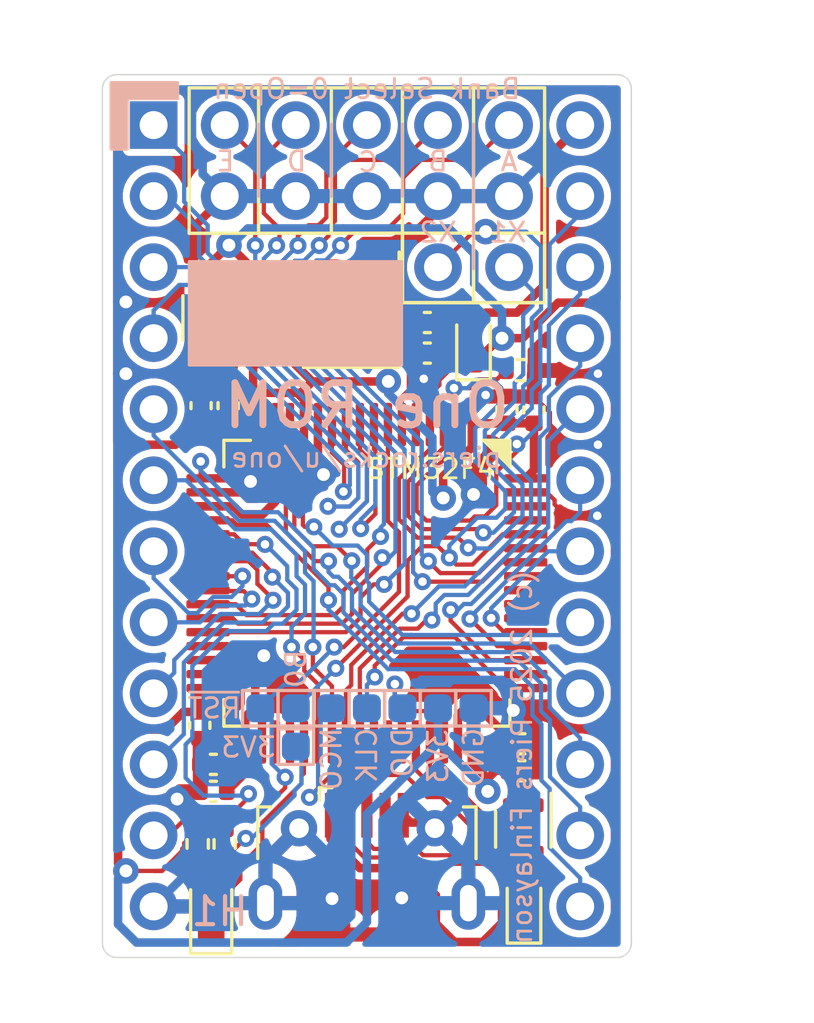
<source format=kicad_pcb>
(kicad_pcb (version 20241229) (generator "pcbnew") (generator_version "9.0")
  (layers (0 "F.Cu" signal) (2 "B.Cu" signal) (13 "F.Paste" user) (15 "B.Paste" user) (5 "F.SilkS" user "F.Silkscreen") (7 "B.SilkS" user "B.Silkscreen") (1 "F.Mask" user) (3 "B.Mask" user) (25 "Edge.Cuts" user))
  (net 0 "")
  (net 1 "Net-(U1-VCAP1)")
  (net 2 "GND")
  (net 3 "+5V")
  (net 4 "+3V3")
  (net 5 "NRST")
  (net 6 "SWCLK")
  (net 7 "SWDIO")
  (net 8 "SEL1")
  (net 9 "A2")
  (net 10 "SEL0")
  (net 12 "SEL2")
  (net 13 "BOOT0")
  (net 15 "A0")
  (net 16 "A8")
  (net 17 "D1")
  (net 18 "D4")
  (net 19 "CX1")
  (net 20 "A11")
  (net 21 "D2")
  (net 22 "A12")
  (net 24 "D5")
  (net 25 "OSC_OUT")
  (net 29 "SEL4")
  (net 30 "D6")
  (net 31 "OSC_IN")
  (net 32 "A9")
  (net 33 "A4")
  (net 34 "D3")
  (net 35 "MCO")
  (net 36 "A3")
  (net 37 "A1")
  (net 38 "D7")
  (net 39 "A7")
  (net 40 "A5")
  (net 41 "A10")
  (net 42 "CS1")
  (net 44 "Net-(J6-D+)")
  (net 45 "D0")
  (net 48 "CX2")
  (net 51 "A6")
  (net 52 "Net-(D1-A)")
  (net 53 "Net-(RC4-Pad2)")
  (net 54 "Net-(RC5-Pad1)")
  (net 55 "SEL3")
  (net 57 "LED0")
  (net 58 "VBUS")
  (net 59 "Net-(J6-D-)")
  (net 62 "D-")
  (net 63 "D+")
  (net 64 "VHOST")
  (footprint "Resistor_SMD:R_0402_1005Metric" (layer "F.Cu") (at 103.1748 57.4548 -90)
    (property "Reference" "R3" (hide yes))
    (property "Value" "1K")
  )
  (footprint "Diode_SMD:D_SOD-523" (layer "F.Cu") (at 113.03 39.5986 90)
    (property "Reference" "D2" (hide yes))
    (property "Value" "MSK4005")
  )
  (footprint "Capacitor_SMD:C_0402_1005Metric" (layer "F.Cu") (at 114.2238 41.9354 90)
    (property "Reference" "C3" (hide yes))
    (property "Value" "4.7uF")
  )
  (footprint "Capacitor_SMD:C_0402_1005Metric" (layer "F.Cu") (at 103.2963 41.783 90)
    (property "Reference" "C7" (hide yes))
    (property "Value" "0.1uF")
  )
  (footprint "Package_TO_SOT_SMD:SOT-23-5" (layer "F.Cu") (at 104.206 38.6533 -90)
    (property "Reference" "U3" (hide yes))
    (property "Value" "AP2112K-3.3")
  )
  (footprint "piers_retro_footprints:PinHeader_2x05_P2.54mm_Vertical custom silkscreen" (layer "F.Cu") (at 114.3 31.75 -90)
    (property "Reference" "J2" (hide yes))
    (property "Value" "Conn_02x05_Odd_Even" (hide yes))
  )
  (footprint "Capacitor_SMD:C_0402_1005Metric" (layer "F.Cu") (at 106.4006 39.5732 90)
    (property "Reference" "C2" (hide yes))
    (property "Value" "4.7uF")
  )
  (footprint "Capacitor_SMD:C_0402_1005Metric" (layer "F.Cu") (at 106.4006 37.719 -90)
    (property "Reference" "C1" (hide yes))
    (property "Value" "4.7uF")
  )
  (footprint "Capacitor_SMD:C_0402_1005Metric" (layer "F.Cu") (at 103.7336 54.61 180)
    (property "Reference" "RC5" (hide yes))
    (property "Value" "0R/4.7uF/DNP")
  )
  (footprint "Capacitor_SMD:C_0402_1005Metric" (layer "F.Cu") (at 111.379 39.9034)
    (property "Reference" "C10" (hide yes))
    (property "Value" "33pF")
  )
  (footprint "piers_retro_footprints:2x12 dip pin output 600mil centres no ss" (layer "F.Cu") (at 101.6 31.75)
    (property "Reference" "U2" (hide yes))
    (property "Value" "2332/2364 SOCKET" (hide yes))
  )
  (footprint "Capacitor_SMD:C_0402_1005Metric" (layer "F.Cu") (at 114.7572 53.8734 180)
    (property "Reference" "RC4" (hide yes))
    (property "Value" "0R/4.7uF/DNP")
  )
  (footprint "Package_QFP:LQFP-64_10x10mm_P0.5mm" (layer "F.Cu") (at 109.22 48.133 -90)
    (property "Reference" "U1" (hide yes))
    (property "Value" "STM32F411RET6")
  )
  (footprint "Capacitor_SMD:C_0402_1005Metric" (layer "F.Cu") (at 104.2615 41.783 90)
    (property "Reference" "C5" (hide yes))
    (property "Value" "0.1uF")
  )
  (footprint "Capacitor_SMD:C_0402_1005Metric" (layer "F.Cu") (at 103.251 53.213 -90)
    (property "Reference" "C4" (hide yes))
    (property "Value" "0.1uF")
  )
  (footprint "Resistor_SMD:R_0402_1005Metric" (layer "F.Cu") (at 114.7064 40.513)
    (property "Reference" "R2" (hide yes))
    (property "Value" "4K7")
  )
  (footprint "Capacitor_SMD:C_0402_1005Metric" (layer "F.Cu") (at 103.7336 55.5752 180)
    (property "Reference" "C9" (hide yes))
    (property "Value" "4.7uF/DNP/DNP")
  )
  (footprint "Crystal:Crystal_SMD_3225-4Pin_3.2x2.5mm" (layer "F.Cu") (at 108.6612 38.354 90)
    (property "Reference" "Y1" (hide yes))
    (property "Value" "12MHz")
  )
  (footprint "Package_TO_SOT_SMD:SOT-666" (layer "F.Cu") (at 114.8089 56.9214 -90)
    (property "Reference" "U4" (hide yes))
    (property "Value" "USBLC6-2P6")
  )
  (footprint "Diode_SMD:D_SOD-523" (layer "F.Cu") (at 114.8334 59.7408 90)
    (property "Reference" "D3" (hide yes))
    (property "Value" "MSK4005")
  )
  (footprint "Capacitor_SMD:C_0402_1005Metric" (layer "F.Cu") (at 114.7572 54.8386)
    (property "Reference" "C6" (hide yes))
    (property "Value" "0.1uF")
  )
  (footprint "Connector_PinHeader_2.54mm:PinHeader_1x02_P2.54mm_Vertical" (layer "F.Cu") (at 114.3 36.83 -90)
    (property "Reference" "J3" (hide yes))
    (property "Value" "Conn_01x02_Pin" (hide yes))
  )
  (footprint "Capacitor_SMD:C_0402_1005Metric" (layer "F.Cu") (at 115.189 41.9354 90)
    (property "Reference" "C8" (hide yes))
    (property "Value" "0.1uF")
  )
  (footprint "Capacitor_SMD:C_0402_1005Metric" (layer "F.Cu") (at 111.379 38.8112)
    (property "Reference" "C11" (hide yes))
    (property "Value" "33pF")
  )
  (footprint "LED_SMD:LED_0603_1608Metric" (layer "F.Cu") (at 103.6574 59.8932 90)
    (property "Reference" "D1" (hide yes))
    (property "Value" "LED_Small" (hide yes))
  )
  (footprint "piers global:USB_Micro-B_micro_xnj_073_C404969" (layer "F.Cu") (at 109.22 57.8935)
    (property "Reference" "J6" (hide yes))
    (property "Value" "USB_B_Micro")
  )
  (footprint "Resistor_SMD:R_0402_1005Metric" (layer "F.Cu") (at 104.14 57.4548 90)
    (property "Reference" "R1" (hide yes))
    (property "Value" "4K7")
  )
  (footprint "piers retro footprints:1mm smd test point small ss" (layer "B.Cu") (at 105.41 52.6034 180)
    (property "Reference" "TP7" (hide yes))
    (property "Value" "TestPoint" (hide yes))
  )
  (footprint "piers retro footprints:1mm smd test point small ss" (layer "B.Cu") (at 106.68 53.975 180)
    (property "Reference" "TP8" (hide yes))
    (property "Value" "TestPoint" (hide yes))
  )
  (footprint "piers retro footprints:1mm smd test point small ss" (layer "B.Cu") (at 110.49 52.6034 180)
    (property "Reference" "TP4" (hide yes))
    (property "Value" "TestPoint" (hide yes))
  )
  (footprint "piers retro footprints:1mm smd test point small ss" (layer "B.Cu") (at 111.76 52.6034 180)
    (property "Reference" "TP2" (hide yes))
    (property "Value" "TestPoint" (hide yes))
  )
  (footprint "piers retro footprints:1mm smd test point small ss" (layer "B.Cu") (at 113.03 52.6034)
    (property "Reference" "TP1" (hide yes))
    (property "Value" "TestPoint" (hide yes))
  )
  (footprint "piers retro footprints:1mm smd test point small ss" (layer "B.Cu") (at 109.22 52.6034 180)
    (property "Reference" "TP5" (hide yes))
    (property "Value" "TestPoint" (hide yes))
  )
  (footprint "piers retro footprints:1mm smd test point small ss" (layer "B.Cu") (at 107.95 52.6034 180)
    (property "Reference" "TP3" (hide yes))
    (property "Value" "TestPoint" (hide yes))
  )
  (footprint "piers retro footprints:1mm smd test point small ss" (layer "B.Cu") (at 106.68 52.6034 180)
    (property "Reference" "TP6" (hide yes))
    (property "Value" "TestPoint" (hide yes))
  )
  (gr_poly (pts (xy 100.076 30.226) (xy 102.4636 30.226) (xy 102.4636 30.8102) (xy 100.6602 30.8102) (xy 100.6602 32.6136) (xy 100.076 32.6136) (xy 100.076 30.8356)) (stroke (width 0.1)) (fill yes) (layer "F.SilkS"))
  (gr_line (start 110.49 38.1) (end 110.49 35.6108) (stroke (width 0.127)) (layer "F.SilkS"))
  (gr_line (start 113.03 38.1) (end 113.03 35.6108) (stroke (width 0.127)) (layer "F.SilkS"))
  (gr_line (start 115.57 38.1) (end 110.49 38.1) (stroke (width 0.127)) (layer "F.SilkS"))
  (gr_line (start 115.57 38.1) (end 115.57 35.6108) (stroke (width 0.127)) (layer "F.SilkS"))
  (gr_rect (start 102.87 36.6268) (end 110.4646 40.3352) (stroke (width 0.1)) (fill yes) (layer "B.SilkS"))
  (gr_line (start 113.03 31.7104) (end 113.03 34.3012) (stroke (width 0.1)) (layer "B.SilkS"))
  (gr_line (start 113.03 34.3012) (end 113.03 36.892) (stroke (width 0.1)) (layer "B.SilkS"))
  (gr_line (start 110.49 31.7104) (end 110.49 34.3012) (stroke (width 0.1)) (layer "B.SilkS"))
  (gr_line (start 107.95 31.715) (end 107.95 34.3058) (stroke (width 0.1)) (layer "B.SilkS"))
  (gr_line (start 105.3592 31.7104) (end 105.3592 34.3012) (stroke (width 0.1)) (layer "B.SilkS"))
  (gr_poly (pts (xy 100.076 30.226) (xy 100.076 32.6136) (xy 100.6602 32.6136) (xy 100.6602 30.8102) (xy 102.4636 30.8102) (xy 102.4636 30.226) (xy 100.6856 30.226)) (stroke (width 0.1)) (fill yes) (layer "B.SilkS"))
  (gr_line (start 118.6688 30.4546) (end 118.6688 61.00719) (stroke (width 0.05)) (layer "Edge.Cuts"))
  (gr_arc (start 118.1608 29.9466) (mid 118.52001 30.09539) (end 118.6688 30.4546) (stroke (width 0.05)) (layer "Edge.Cuts"))
  (gr_line (start 100.27899 29.9466) (end 118.1608 29.9466) (stroke (width 0.05)) (layer "Edge.Cuts"))
  (gr_arc (start 99.77099 30.4546) (mid 99.91978 30.09539) (end 100.27899 29.9466) (stroke (width 0.05)) (layer "Edge.Cuts"))
  (gr_arc (start 118.6688 61.00719) (mid 118.52001 61.3664) (end 118.1608 61.51519) (stroke (width 0.05)) (layer "Edge.Cuts"))
  (gr_line (start 99.7712 61.00719) (end 99.77099 30.4546) (stroke (width 0.05)) (layer "Edge.Cuts"))
  (gr_arc (start 100.2792 61.51519) (mid 99.91999 61.3664) (end 99.7712 61.00719) (stroke (width 0.05)) (layer "Edge.Cuts"))
  (gr_line (start 118.1608 61.51519) (end 100.2792 61.51519) (stroke (width 0.05)) (layer "Edge.Cuts"))
  (gr_text "STM32F4" (at 111.506 44.0436 0) (layer "F.SilkS") (effects (font (size 0.7 0.7) (thickness 0.1))))
  (gr_text "B0" (at 106.68 51.943 90) (layer "B.SilkS") (effects (font (size 0.7 0.7) (thickness 0.1)) (justify right mirror)))
  (gr_text "DIO" (at 110.49 53.2384 90) (layer "B.SilkS") (effects (font (size 0.7 0.7) (thickness 0.1)) (justify left mirror)))
  (gr_text "B" (at 111.76 33.0454 0) (layer "B.SilkS") (effects (font (size 0.7 0.7) (thickness 0.1)) (justify mirror)))
  (gr_text "Bank Select 0=Open" (at 109.22 30.4546 0) (layer "B.SilkS") (effects (font (size 0.7 0.7) (thickness 0.1)) (justify mirror)))
  (gr_text "X2" (at 111.76 35.5854 0) (layer "B.SilkS") (effects (font (size 0.7 0.7) (thickness 0.1)) (justify mirror)))
  (gr_text "3V3" (at 111.76 53.2892 90) (layer "B.SilkS") (effects (font (size 0.7 0.7) (thickness 0.1)) (justify left mirror)))
  (gr_text "MCO" (at 107.95 53.2384 90) (layer "B.SilkS") (effects (font (size 0.7 0.7) (thickness 0.1)) (justify left mirror)))
  (gr_text "A" (at 114.3 33.0454 0) (layer "B.SilkS") (effects (font (size 0.7 0.7) (thickness 0.1)) (justify mirror)))
  (gr_text "D" (at 106.7054 33.0454 0) (layer "B.SilkS") (effects (font (size 0.7 0.7) (thickness 0.1)) (justify mirror)))
  (gr_text "(c) 2025 Piers Finlayson" (at 114.7572 54.356 90) (layer "B.SilkS") (effects (font (size 0.7 0.7) (thickness 0.1)) (justify mirror)))
  (gr_text "E" (at 104.1654 33.0454 0) (layer "B.SilkS") (effects (font (size 0.7 0.7) (thickness 0.1)) (justify mirror)))
  (gr_text "H1" (at 103.9622 59.8678 0) (layer "B.SilkS") (effects (font (size 1 1)) (justify mirror)))
  (gr_text "One ROM" (at 109.22 41.783 0) (layer "B.SilkS") (effects (font (size 1.5 1.5) (thickness 0.25)) (justify mirror)))
  (gr_text "~{RST}" (at 104.775 52.6034 0) (layer "B.SilkS") (effects (font (size 0.7 0.7) (thickness 0.1)) (justify left mirror)))
  (gr_text "CLK" (at 109.22 53.2384 90) (layer "B.SilkS") (effects (font (size 0.7 0.7) (thickness 0.1)) (justify left mirror)))
  (gr_text "X1" (at 114.2492 35.5854 0) (layer "B.SilkS") (effects (font (size 0.7 0.7) (thickness 0.1)) (justify mirror)))
  (gr_text "piers.rocks/u/one" (at 109.1946 43.6372 0) (layer "B.SilkS") (effects (font (size 0.7 0.7) (thickness 0.1)) (justify mirror)))
  (gr_text "C" (at 109.2604 33.0708 0) (layer "B.SilkS") (effects (font (size 0.7 0.7) (thickness 0.1)) (justify mirror)))
  (gr_text "3V3" (at 106.0196 54.0004 0) (layer "B.SilkS") (effects (font (size 0.7 0.7) (thickness 0.1)) (justify left mirror)))
  (gr_text "GND" (at 113.03 53.2384 90) (layer "B.SilkS") (effects (font (size 0.7 0.7) (thickness 0.1)) (justify left mirror)))
  (segment (start 104.541757 50.883) (end 103.545 50.883) (width 0.3048) (layer "F.Cu") (net 1))
  (segment (start 104.8766 54.9122) (end 104.8766 52.9082) (width 0.3048) (layer "F.Cu") (net 1))
  (segment (start 104.8766 52.9082) (end 105.2322 52.5526) (width 0.3048) (layer "F.Cu") (net 1))
  (segment (start 104.2136 55.5752) (end 104.8766 54.9122) (width 0.3048) (layer "F.Cu") (net 1))
  (segment (start 105.2322 52.5526) (end 105.2322 51.573443) (width 0.3048) (layer "F.Cu") (net 1))
  (segment (start 105.2322 51.573443) (end 104.541757 50.883) (width 0.3048) (layer "F.Cu") (net 1))
  (segment (start 114.450399 52.6796) (end 114.0714 52.6796) (width 0.3048) (layer "F.Cu") (net 2))
  (segment (start 109.5112 37.0214) (end 111.8489 34.6837) (width 0.3048) (layer "F.Cu") (net 2))
  (segment (start 106.4006 38.199) (end 106.4006 38.6334) (width 0.3048) (layer "F.Cu") (net 2))
  (segment (start 115.2164 40.513) (end 115.3434 40.64) (width 0.3048) (layer "F.Cu") (net 2))
  (segment (start 103.3526 53.6956) (end 103.3526 54.61) (width 0.3048) (layer "F.Cu") (net 2))
  (segment (start 109.5112 37.254) (end 109.5112 37.0214) (width 0.3048) (layer "F.Cu") (net 2))
  (segment (start 110.363 39.1922) (end 110.363 38.7096) (width 0.1524) (layer "F.Cu") (net 2))
  (segment (start 110.1608 38.5074) (end 108.7578 38.5074) (width 0.1524) (layer "F.Cu") (net 2))
  (segment (start 100.33 38.354) (end 100.33 40.360739) (width 0.3048) (layer "F.Cu") (net 2))
  (segment (start 115.6474 44.883) (end 115.9256 45.1612) (width 0.1524) (layer "F.Cu") (net 2))
  (segment (start 115.189 41.4554) (end 115.7604 42.0268) (width 0.1524) (layer "F.Cu") (net 2))
  (segment (start 103.251 54.6074) (end 103.2536 54.61) (width 0.3048) (layer "F.Cu") (net 2))
  (segment (start 100.6094 38.0746) (end 100.33 38.354) (width 0.3048) (layer "F.Cu") (net 2))
  (segment (start 106.4006 38.6334) (end 106.4006 39.0932) (width 0.3048) (layer "F.Cu") (net 2))
  (segment (start 111.645 56.8935) (end 111.4443 56.6928) (width 0.3048) (layer "F.Cu") (net 2))
  (segment (start 116.4844 43.18) (end 117.475 43.18) (width 0.1524) (layer "F.Cu") (net 2))
  (segment (start 102.438113 55.851512) (end 102.438113 55.854511) (width 0.3048) (layer "F.Cu") (net 2))
  (segment (start 115.7604 42.0268) (end 115.7604 42.456) (width 0.1524) (layer "F.Cu") (net 2))
  (segment (start 102.438113 55.854511) (end 102.463601 55.879999) (width 0.3048) (layer "F.Cu") (net 2))
  (segment (start 115.9256 45.3136) (end 116.332 45.72) (width 0.1524) (layer "F.Cu") (net 2))
  (segment (start 100.33 36.068) (end 100.8634 35.5346) (width 0.3048) (layer "F.Cu") (net 2))
  (segment (start 100.33 40.360739) (end 100.609261 40.64) (width 0.3048) (layer "F.Cu") (net 2))
  (segment (start 103.545 44.883) (end 104.6722 44.883) (width 0.3048) (layer "F.Cu") (net 2))
  (segment (start 115.2164 40.513) (end 115.2164 41.428) (width 0.3048) (layer "F.Cu") (net 2))
  (segment (start 106.3752 38.6588) (end 106.4006 38.6334) (width 0.3048) (layer "F.Cu") (net 2))
  (segment (start 114.0714 52.6796) (end 113.1062 51.7144) (width 0.3048) (layer "F.Cu") (net 2))
  (segment (start 107.47 44.0462) (end 107.47 42.458) (width 0.3048) (layer "F.Cu") (net 2))
  (segment (start 114.8089 55.2669) (end 115.2372 54.8386) (width 0.3048) (layer "F.Cu") (net 2))
  (segment (start 107.6706 44.2468) (end 107.47 44.0462) (width 0.3048) (layer "F.Cu") (net 2))
  (segment (start 116.332 45.72) (end 117.4496 45.72) (width 0.1524) (layer "F.Cu") (net 2))
  (segment (start 107.4504 39.0932) (end 107.8112 39.454) (width 0.3048) (layer "F.Cu") (net 2))
  (segment (start 111.859 39.9034) (end 111.3194 39.3638) (width 0.1524) (layer "F.Cu") (net 2))
  (segment (start 113.5152 41.4554) (end 113.4618 41.402) (width 0.1524) (layer "F.Cu") (net 2))
  (segment (start 111.859 39.9034) (end 111.859 40.21627) (width 0.1524) (layer "F.Cu") (net 2))
  (segment (start 111.3194 39.3638) (end 110.5346 39.3638) (width 0.1524) (layer "F.Cu") (net 2))
  (segment (start 102.8954 35.5346) (end 104.14 34.29) (width 0.3048) (layer "F.Cu") (net 2))
  (segment (start 111.8489 34.3789) (end 111.76 34.29) (width 0.3048) (layer "F.Cu") (net 2))
  (segment (start 107.4674 42.4606) (end 107.47 42.458) (width 0.3048) (layer "F.Cu") (net 2))
  (segment (start 114.2238 41.4554) (end 113.5152 41.4554) (width 0.1524) (layer "F.Cu") (net 2))
  (segment (start 114.895 44.883) (end 115.6474 44.883) (width 0.1524) (layer "F.Cu") (net 2))
  (segment (start 106.4006 39.0932) (end 107.4504 39.0932) (width 0.3048) (layer "F.Cu") (net 2))
  (segment (start 111.4443 56.6928) (end 110.7818 56.6928) (width 0.3048) (layer "F.Cu") (net 2))
  (segment (start 111.8489 34.6837) (end 111.8489 34.3789) (width 0.3048) (layer "F.Cu") (net 2))
  (segment (start 111.859 40.21627) (end 111.252 40.82327) (width 0.1524) (layer "F.Cu") (net 2))
  (segment (start 115.2271 30.48) (end 115.5319 30.7848) (width 0.3048) (layer "F.Cu") (net 2))
  (segment (start 115.3434 40.64) (end 117.475 40.64) (width 0.3048) (layer "F.Cu") (net 2))
  (segment (start 103.0224 30.8102) (end 103.3526 30.48) (width 0.3048) (layer "F.Cu") (net 2))
  (segment (start 100.33 37.7952) (end 100.33 36.068) (width 0.3048) (layer "F.Cu") (net 2))
  (segment (start 105.9408 38.6588) (end 105.3592 38.6588) (width 0.3048) (layer "F.Cu") (net 2))
  (segment (start 114.8054 55.9929) (end 114.8089 55.9964) (width 0.3048) (layer "F.Cu") (net 2))
  (segment (start 114.8089 55.9964) (end 114.8089 55.2669) (width 0.3048) (layer "F.Cu") (net 2))
  (segment (start 103.1494 53.6702) (end 103.1494 54.5846) (width 0.3048) (layer "F.Cu") (net 2))
  (segment (start 110.5346 39.3638) (end 110.363 39.1922) (width 0.1524) (layer "F.Cu") (net 2))
  (segment (start 110.7818 56.6928) (end 110.52 56.431) (width 0.3048) (layer "F.Cu") (net 2))
  (segment (start 110.363 38.7096) (end 110.1608 38.5074) (width 0.1524) (layer "F.Cu") (net 2))
  (segment (start 115.2164 41.428) (end 115.189 41.4554) (width 0.3048) (layer "F.Cu") (net 2))
  (segment (start 100.8634 35.5346) (end 102.8954 35.5346) (width 0.3048) (layer "F.Cu") (net 2))
  (segment (start 100.609261 40.64) (end 102.6333 40.64) (width 0.3048) (layer "F.Cu") (net 2))
  (segment (start 115.7604 42.456) (end 116.4844 43.18) (width 0.1524) (layer "F.Cu") (net 2))
  (segment (start 105.061684 44.788633) (end 105.061684 44.493516) (width 0.3048) (layer "F.Cu") (net 2))
  (segment (start 105.9408 38.6588) (end 106.3752 38.6588) (width 0.3048) (layer "F.Cu") (net 2))
  (segment (start 108.7578 38.5074) (end 107.8112 39.454) (width 0.1524) (layer "F.Cu") (net 2))
  (segment (start 103.3526 30.48) (end 115.2271 30.48) (width 0.3048) (layer "F.Cu") (net 2))
  (segment (start 102.6333 40.64) (end 103.2963 41.303) (width 0.3048) (layer "F.Cu") (net 2))
  (segment (start 100.6094 38.0746) (end 100.33 37.7952) (width 0.3048) (layer "F.Cu") (net 2))
  (segment (start 104.6722 44.883) (end 105.061684 44.493516) (width 0.3048) (layer "F.Cu") (net 2))
  (segment (start 105.9408 38.6588) (end 106.4006 38.199) (width 0.3048) (layer "F.Cu") (net 2))
  (segment (start 105.9662 38.6588) (end 106.4006 39.0932) (width 0.3048) (layer "F.Cu") (net 2))
  (segment (start 115.9256 45.1612) (end 115.9256 45.3136) (width 0.1524) (layer "F.Cu") (net 2))
  (via (at 100.6094 38.0746) (size 0.9144) (drill 0.4572) (layers "F.Cu" "B.Cu") (net 2))
  (via (at 114.450399 52.6796) (size 0.9144) (drill 0.4572) (layers "F.Cu" "B.Cu") (net 2))
  (via (at 113.03 44.958) (size 0.9144) (drill 0.4572) (layers "F.Cu" "B.Cu") (net 2))
  (via (at 105.061684 44.493516) (size 0.9144) (drill 0.4572) (layers "F.Cu" "B.Cu") (net 2))
  (via (at 117.475 40.64) (size 0.6096) (drill 0.3048) (layers "F.Cu" "B.Cu") (net 2))
  (via (at 107.6706 44.2468) (size 0.9144) (drill 0.4572) (layers "F.Cu" "B.Cu") (net 2))
  (via (at 102.438113 55.851512) (size 0.9144) (drill 0.4572) (layers "F.Cu" "B.Cu") (net 2))
  (via (at 117.4496 45.72) (size 0.6096) (drill 0.3048) (layers "F.Cu" "B.Cu") (net 2))
  (via (at 113.4618 41.402) (size 0.6096) (drill 0.3048) (layers "F.Cu" "B.Cu") (net 2))
  (via (at 105.537 50.7238) (size 0.9144) (drill 0.4572) (layers "F.Cu" "B.Cu") (net 2))
  (via (at 111.252 40.82327) (size 0.6096) (drill 0.3048) (layers "F.Cu" "B.Cu") (net 2))
  (via (at 117.475 43.18) (size 0.6096) (drill 0.3048) (layers "F.Cu" "B.Cu") (net 2))
  (via (at 100.609261 40.64) (size 0.9144) (drill 0.4572) (layers "F.Cu" "B.Cu") (net 2))
  (via (at 110.4646 59.3852) (size 0.9144) (drill 0.4572) (layers "F.Cu" "B.Cu") (net 2))
  (via (at 107.9754 59.4106) (size 0.9144) (drill 0.4572) (layers "F.Cu" "B.Cu") (net 2))
  (segment (start 109.22 34.29) (end 106.68 34.29) (width 0.3048) (layer "B.Cu") (net 2))
  (segment (start 114.3 33.9598) (end 114.3 34.29) (width 0.3048) (layer "B.Cu") (net 2))
  (segment (start 100.3334 35.5346) (end 100.3334 30.629) (width 0.3048) (layer "B.Cu") (net 2))
  (segment (start 100.4824 30.48) (end 115.5446 30.48) (width 0.3048) (layer "B.Cu") (net 2))
  (segment (start 115.57 30.5054) (end 115.5446 30.48) (width 0.3048) (layer "B.Cu") (net 2))
  (segment (start 115.5446 30.48) (end 117.7544 30.48) (width 0.3048) (layer "B.Cu") (net 2))
  (segment (start 103.3526 33.5026) (end 104.14 34.29) (width 0.3048) (layer "B.Cu") (net 2))
  (segment (start 117.53041 60.98079) (end 116.1542 60.98079) (width 0.3048) (layer "B.Cu") (net 2))
  (segment (start 115.57 33.02) (end 115.57 30.5054) (width 0.3048) (layer "B.Cu") (net 2))
  (segment (start 102.319398 55.88) (end 100.8888 55.88) (width 0.3048) (layer "B.Cu") (net 2))
  (segment (start 114.450399 52.6796) (end 114.450399 51.991799) (width 0.3048) (layer "B.Cu") (net 2))
  (segment (start 102.9716 32.3596) (end 103.3526 32.7406) (width 0.3048) (layer "B.Cu") (net 2))
  (segment (start 100.3334 38.0746) (end 100.3334 40.64) (width 0.3048) (layer "B.Cu") (net 2))
  (segment (start 118.1066 30.8322) (end 118.1066 33.02) (width 0.3048) (layer "B.Cu") (net 2))
  (segment (start 118.0558 48.26) (end 115.951 48.26) (width 0.3048) (layer "B.Cu") (net 2))
  (segment (start 100.3334 45.72) (end 100.3334 40.64) (width 0.3048) (layer "B.Cu") (net 2))
  (segment (start 103.3526 32.7406) (end 103.3526 33.5026) (width 0.3048) (layer "B.Cu") (net 2))
  (segment (start 100.3334 35.5346) (end 100.3334 38.0746) (width 0.3048) (layer "B.Cu") (net 2))
  (segment (start 100.3334 35.5346) (end 102.2096 35.5346) (width 0.3048) (layer "B.Cu") (net 2))
  (segment (start 109.22 34.29) (end 111.76 34.29) (width 0.3048) (layer "B.Cu") (net 2))
  (segment (start 100.8888 55.88) (end 100.3334 55.3246) (width 0.3048) (layer "B.Cu") (net 2))
  (segment (start 102.347886 55.851512) (end 102.319398 55.88) (width 0.3048) (layer "B.Cu") (net 2))
  (segment (start 117.7544 30.48) (end 118.1066 30.8322) (width 0.3048) (layer "B.Cu") (net 2))
  (segment (start 102.9716 30.9626) (end 102.9716 32.3596) (width 0.3048) (layer "B.Cu") (net 2))
  (segment (start 118.1066 38.0746) (end 118.1066 43.18) (width 0.3048) (layer "B.Cu") (net 2))
  (segment (start 100.3334 40.64) (end 102.489 40.64) (width 0.3048) (layer "B.Cu") (net 2))
  (segment (start 100.3334 30.629) (end 100.4824 30.48) (width 0.3048) (layer "B.Cu") (net 2))
  (segment (start 100.3334 45.72) (end 102.87 45.72) (width 0.3048) (layer "B.Cu") (net 2))
  (segment (start 114.3 34.29) (end 115.57 33.02) (width 0.3048) (layer "B.Cu") (net 2))
  (segment (start 118.1066 48.2092) (end 118.1066 60.4046) (width 0.3048) (layer "B.Cu") (net 2))
  (segment (start 118.1066 33.02) (end 118.1066 38.0746) (width 0.3048) (layer "B.Cu") (net 2))
  (segment (start 118.1066 60.4046) (end 117.53041 60.98079) (width 0.3048) (layer "B.Cu") (net 2))
  (segment (start 101.6 59.69) (end 102.8446 58.4454) (width 0.3048) (layer "B.Cu") (net 2))
  (segment (start 102.2096 35.5346) (end 102.235 35.56) (width 0.3048) (layer "B.Cu") (net 2))
  (segment (start 115.57 33.02) (end 118.1066 33.02) (width 0.3048) (layer "B.Cu") (net 2))
  (segment (start 118.1066 48.2092) (end 118.0558 48.26) (width 0.3048) (layer "B.Cu") (net 2))
  (segment (start 106.68 34.29) (end 104.14 34.29) (width 0.3048) (layer "B.Cu") (net 2))
  (segment (start 100.3334 55.3246) (end 100.3334 45.72) (width 0.3048) (layer "B.Cu") (net 2))
  (segment (start 102.438113 55.851512) (end 102.347886 55.851512) (width 0.3048) (layer "B.Cu") (net 2))
  (segment (start 114.450399 51.991799) (end 114.047 51.5884) (width 0.3048) (layer "B.Cu") (net 2))
  (segment (start 118.1066 43.18) (end 118.1066 45.7454) (width 0.3048) (layer "B.Cu") (net 2))
  (segment (start 115.951 48.26) (end 115.9256 48.2854) (width 0.3048) (layer "B.Cu") (net 2))
  (segment (start 102.87 45.72) (end 103.0732 45.9232) (width 0.3048) (layer "B.Cu") (net 2))
  (segment (start 114.047 51.5884) (end 111.1504 51.5884) (width 0.3048) (layer "B.Cu") (net 2))
  (segment (start 118.1066 45.7454) (end 118.1066 48.2092) (width 0.3048) (layer "B.Cu") (net 2))
  (segment (start 115.3526 60.96) (end 114.8334 60.4408) (width 0.3048) (layer "F.Cu") (net 3))
  (segment (start 114.7826 39.37) (end 116.0526 38.1) (width 0.3048) (layer "F.Cu") (net 3))
  (segment (start 106.4006 37.239) (end 105.4328 37.239) (width 0.3048) (layer "F.Cu") (net 3))
  (segment (start 103.256 37.079) (end 103.256 37.5158) (width 0.3048) (layer "F.Cu") (net 3))
  (segment (start 105.156 36.9062) (end 105.156 37.5158) (width 0.3048) (layer "F.Cu") (net 3))
  (segment (start 114.046 39.37) (end 114.7826 39.37) (width 0.3048) (layer "F.Cu") (net 3))
  (segment (start 114.046 39.37) (end 113.9586 39.37) (width 0.3048) (layer "F.Cu") (net 3))
  (segment (start 117.5766 38.1) (end 118.0846 38.608) (width 0.3048) (layer "F.Cu") (net 3))
  (segment (start 117.5512 60.96) (end 115.3526 60.96) (width 0.3048) (layer "F.Cu") (net 3))
  (segment (start 116.0526 38.1) (end 117.5766 38.1) (width 0.3048) (layer "F.Cu") (net 3))
  (segment (start 118.0846 60.4266) (end 117.5512 60.96) (width 0.3048) (layer "F.Cu") (net 3))
  (segment (start 104.2924 36.0426) (end 103.256 37.079) (width 0.3048) (layer "F.Cu") (net 3))
  (segment (start 105.4328 37.239) (end 105.156 37.5158) (width 0.3048) (layer "F.Cu") (net 3))
  (segment (start 113.9586 39.37) (end 113.03 40.2986) (width 0.3048) (layer "F.Cu") (net 3))
  (segment (start 104.2924 36.0426) (end 105.156 36.9062) (width 0.3048) (layer "F.Cu") (net 3))
  (segment (start 118.0846 38.608) (end 118.0846 60.4266) (width 0.3048) (layer "F.Cu") (net 3))
  (via (at 104.2924 36.0426) (size 0.9144) (drill 0.4572) (layers "F.Cu" "B.Cu") (net 3))
  (via (at 114.046 39.37) (size 0.9144) (drill 0.4572) (layers "F.Cu" "B.Cu") (net 3))
  (segment (start 112.153984 35.445984) (end 113.0554 36.3474) (width 0.3048) (layer "B.Cu") (net 3))
  (segment (start 104.3686 36.0426) (end 104.2924 36.0426) (width 0.3048) (layer "B.Cu") (net 3))
  (segment (start 114.046 38.4048) (end 114.046 39.37) (width 0.3048) (layer "B.Cu") (net 3))
  (segment (start 113.0554 37.4142) (end 114.046 38.4048) (width 0.3048) (layer "B.Cu") (net 3))
  (segment (start 113.0554 36.3474) (end 113.0554 37.4142) (width 0.3048) (layer "B.Cu") (net 3))
  (segment (start 104.965216 35.445984) (end 108.3818 35.445984) (width 0.3048) (layer "B.Cu") (net 3))
  (segment (start 108.3818 35.445984) (end 112.153984 35.445984) (width 0.3048) (layer "B.Cu") (net 3))
  (segment (start 104.965216 35.445984) (end 104.3686 36.0426) (width 0.3048) (layer "B.Cu") (net 3))
  (segment (start 100.9142 53.3654) (end 100.5332 53.3654) (width 0.3048) (layer "F.Cu") (net 4))
  (segment (start 106.553 41.3258) (end 106.7308 41.3258) (width 0.3048) (layer "F.Cu") (net 4))
  (segment (start 100.5332 53.3654) (end 100.33 53.5686) (width 0.3048) (layer "F.Cu") (net 4))
  (segment (start 112.9258 43.31781) (end 112.9258 43.3096) (width 0.3048) (layer "F.Cu") (net 4))
  (segment (start 104.4634 45.383) (end 103.545 45.383) (width 0.3048) (layer "F.Cu") (net 4))
  (segment (start 100.5332 53.3654) (end 100.33 53.1622) (width 0.3048) (layer "F.Cu") (net 4))
  (segment (start 104.6988 57.4294) (end 104.1634 57.9648) (width 0.1524) (layer "F.Cu") (net 4))
  (segment (start 104.7197 57.4294) (end 104.6988 57.4294) (width 0.1524) (layer "F.Cu") (net 4))
  (segment (start 102.6642 52.733) (end 102.0318 53.3654) (width 0.3048) (layer "F.Cu") (net 4))
  (segment (start 105.942251 45.222831) (end 105.495882 45.6692) (width 0.3048) (layer "F.Cu") (net 4))
  (segment (start 108.1786 40.9194) (end 109.982 40.9194) (width 0.3048) (layer "F.Cu") (net 4))
  (segment (start 102.6252 57.6234) (end 102.6252 57.6996) (width 0.1524) (layer "F.Cu") (net 4))
  (segment (start 106.97 42.458) (end 106.97 41.2162) (width 0.3048) (layer "F.Cu") (net 4))
  (segment (start 103.545 51.883) (end 103.3872 51.883) (width 0.3048) (layer "F.Cu") (net 4))
  (segment (start 102.2858 43.18) (end 102.3793 43.18) (width 0.3048) (layer "F.Cu") (net 4))
  (segment (start 112.97 43.2654) (end 112.97 42.458) (width 0.3048) (layer "F.Cu") (net 4))
  (segment (start 113.8174 54.8386) (end 114.2772 54.8386) (width 0.3048) (layer "F.Cu") (net 4))
  (segment (start 100.33 53.1622) (end 100.33 53.0352) (width 0.3048) (layer "F.Cu") (net 4))
  (segment (start 114.2238 42.4154) (end 115.189 42.4154) (width 0.3048) (layer "F.Cu") (net 4))
  (segment (start 103.545 51.883) (end 103.494169 51.883) (width 0.3048) (layer "F.Cu") (net 4))
  (segment (start 100.8888 43.18) (end 102.2858 43.18) (width 0.3048) (layer "F.Cu") (net 4))
  (segment (start 100.33 53.4416) (end 100.33 53.1622) (width 0.3048) (layer "F.Cu") (net 4))
  (segment (start 100.33 57.7596) (end 100.33 58.1406) (width 0.3048) (layer "F.Cu") (net 4))
  (segment (start 103.545 45.383) (end 102.4704 45.383) (width 0.3048) (layer "F.Cu") (net 4))
  (segment (start 103.3272 57.0738) (end 103.3272 56.9448) (width 0.1524) (layer "F.Cu") (net 4))
  (segment (start 100.33 57.7596) (end 100.33 53.5686) (width 0.3048) (layer "F.Cu") (net 4))
  (segment (start 103.2963 42.263) (end 104.2615 42.263) (width 0.3048) (layer "F.Cu") (net 4))
  (segment (start 112.9792 42.4488) (end 112.97 42.458) (width 0.3048) (layer "F.Cu") (net 4))
  (segment (start 102.1334 45.72) (end 100.33 45.72) (width 0.3048) (layer "F.Cu") (net 4))
  (segment (start 109.982 40.9194) (end 109.984334 40.917066) (width 0.3048) (layer "F.Cu") (net 4))
  (segment (start 102.0318 53.3654) (end 100.9142 53.3654) (width 0.3048) (layer "F.Cu") (net 4))
  (segment (start 111.9462 44.29741) (end 112.9258 43.31781) (width 0.3048) (layer "F.Cu") (net 4))
  (segment (start 106.97 41.565) (end 106.7308 41.3258) (width 0.3048) (layer "F.Cu") (net 4))
  (segment (start 106.7308 41.3258) (end 106.8604 41.3258) (width 0.3048) (layer "F.Cu") (net 4))
  (segment (start 100.33 43.7388) (end 100.8888 43.18) (width 0.3048) (layer "F.Cu") (net 4))
  (segment (start 101.6254 58.42) (end 100.6094 58.42) (width 0.1524) (layer "F.Cu") (net 4))
  (segment (start 105.156 41.2496) (end 105.2322 41.3258) (width 0.3048) (layer "F.Cu") (net 4))
  (segment (start 113.538 55.5752) (end 113.538 55.118) (width 0.3048) (layer "F.Cu") (net 4))
  (segment (start 103.1748 56.9448) (end 103.1748 56.9996) (width 0.1524) (layer "F.Cu") (net 4))
  (segment (start 103.1748 56.9448) (end 102.6922 57.4274) (width 0.1524) (layer "F.Cu") (net 4))
  (segment (start 102.6922 57.5564) (end 102.6252 57.6234) (width 0.1524) (layer "F.Cu") (net 4))
  (segment (start 101.8794 58.42) (end 101.6254 58.42) (width 0.1524) (layer "F.Cu") (net 4))
  (segment (start 104.892076 57.257024) (end 104.7197 57.4294) (width 0.1524) (layer "F.Cu") (net 4))
  (segment (start 105.495882 45.6692) (end 104.7496 45.6692) (width 0.3048) (layer "F.Cu") (net 4))
  (segment (start 104.7496 45.6692) (end 104.4634 45.383) (width 0.3048) (layer "F.Cu") (net 4))
  (segment (start 106.97 41.2162) (end 107.2668 40.9194) (width 0.3048) (layer "F.Cu") (net 4))
  (segment (start 115.189 42.4154) (end 115.189 44.089) (width 0.3048) (layer "F.Cu") (net 4))
  (segment (start 102.6922 57.4274) (end 102.6922 57.5564) (width 0.1524) (layer "F.Cu") (net 4))
  (segment (start 103.2002 52.07) (end 103.2002 52.5044) (width 0.3048) (layer "F.Cu") (net 4))
  (segment (start 107.2668 40.9194) (end 108.1786 40.9194) (width 0.3048) (layer "F.Cu") (net 4))
  (segment (start 106.4006 40.0532) (end 107.2668 40.9194) (width 0.3048) (layer "F.Cu") (net 4))
  (segment (start 104.1634 57.9648) (end 104.14 57.9648) (width 0.1524) (layer "F.Cu") (net 4))
  (segment (start 103.1748 56.9996) (end 104.14 57.9648) (width 0.1524) (layer "F.Cu") (net 4))
  (segment (start 105.2322 41.3258) (end 106.3752 41.3258) (width 0.3048) (layer "F.Cu") (net 4))
  (segment (start 106.8604 41.3258) (end 107.2668 40.9194) (width 0.3048) (layer "F.Cu") (net 4))
  (segment (start 103.3872 51.883) (end 103.2002 52.07) (width 0.3048) (layer "F.Cu") (net 4))
  (segment (start 113.538 55.118) (end 112.97 54.55) (width 0.3048) (layer "F.Cu") (net 4))
  (segment (start 106.4006 40.0532) (end 105.4184 40.0532) (width 0.3048) (layer "F.Cu") (net 4))
  (segment (start 100.33 58.1406) (end 100.6094 58.42) (width 0.3048) (layer "F.Cu") (net 4))
  (segment (start 111.9462 45.085) (end 111.9462 44.29741) (width 0.3048) (layer "F.Cu") (net 4))
  (segment (start 102.4704 45.383) (end 102.1334 45.72) (width 0.3048) (layer "F.Cu") (net 4))
  (segment (start 112.9258 43.3096) (end 112.97 43.2654) (width 0.3048) (layer "F.Cu") (net 4))
  (segment (start 105.4184 40.0532) (end 105.156 39.7908) (width 0.3048) (layer "F.Cu") (net 4))
  (segment (start 105.2322 41.3258) (end 104.9274 41.6306) (width 0.3048) (layer "F.Cu") (net 4))
  (segment (start 104.9274 41.6306) (end 104.9274 43.2816) (width 0.3048) (layer "F.Cu") (net 4))
  (segment (start 100.33 53.0352) (end 100.33 45.72) (width 0.3048) (layer "F.Cu") (net 4))
  (segment (start 112.97 54.55) (end 112.97 53.808) (width 0.3048) (layer "F.Cu") (net 4))
  (segment (start 106.3752 41.3258) (end 106.553 41.3258) (width 0.3048) (layer "F.Cu") (net 4))
  (segment (start 103.251 52.733) (end 102.6642 52.733) (width 0.3048) (layer "F.Cu") (net 4))
  (segment (start 104.9274 43.2816) (end 105.942251 44.296451) (width 0.3048) (layer "F.Cu") (net 4))
  (segment (start 100.33 45.72) (end 100.33 43.7388) (width 0.3048) (layer "F.Cu") (net 4))
  (segment (start 102.3793 43.18) (end 103.2963 42.263) (width 0.3048) (layer "F.Cu") (net 4))
  (segment (start 105.942251 44.296451) (end 105.942251 45.222831) (width 0.3048) (layer "F.Cu") (net 4))
  (segment (start 113.0126 42.4154) (end 112.97 42.458) (width 0.3048) (layer "F.Cu") (net 4))
  (segment (start 101.9048 58.42) (end 101.6254 58.42) (width 0.1524) (layer "F.Cu") (net 4))
  (segment (start 113.538 55.118) (end 113.8174 54.8386) (width 0.3048) (layer "F.Cu") (net 4))
  (segment (start 114.4778 42.4154) (end 113.0126 42.4154) (width 0.3048) (layer "F.Cu") (net 4))
  (segment (start 115.2814 44.383) (end 114.895 44.383) (width 0.3048) (layer "F.Cu") (net 4))
  (segment (start 115.189 44.089) (end 114.895 44.383) (width 0.3048) (layer "F.Cu") (net 4))
  (segment (start 106.97 42.458) (end 106.97 41.565) (width 0.3048) (layer "F.Cu") (net 4))
  (segment (start 105.156 39.7908) (end 105.156 41.2496) (width 0.3048) (layer "F.Cu") (net 4))
  (segment (start 100.33 53.5686) (end 100.33 53.4416) (width 0.3048) (layer "F.Cu") (net 4))
  (segment (start 104.248601 51.883) (end 103.545 51.883) (width 0.3048) (layer "F.Cu") (net 4))
  (segment (start 102.6252 57.6996) (end 101.9048 58.42) (width 0.1524) (layer "F.Cu") (net 4))
  (via (at 111.9462 45.085) (size 0.9144) (drill 0.4572) (layers "F.Cu" "B.Cu") (net 4))
  (via (at 113.538 55.5752) (size 0.9144) (drill 0.4572) (layers "F.Cu" "B.Cu") (net 4))
  (via (at 109.984334 40.917066) (size 0.9144) (drill 0.4572) (layers "F.Cu" "B.Cu") (net 4))
  (via (at 104.892076 57.257024) (size 0.6096) (drill 0.3048) (layers "F.Cu" "B.Cu") (net 4))
  (via (at 100.6094 58.42) (size 0.9144) (drill 0.4572) (layers "F.Cu" "B.Cu") (net 4))
  (segment (start 105.099776 57.257024) (end 106.634494 55.722306) (width 0.1524) (layer "B.Cu") (net 4))
  (segment (start 111.9462 45.085) (end 111.9462 45.156879) (width 0.3048) (layer "B.Cu") (net 4))
  (segment (start 100.33 58.6994) (end 100.33 60.325) (width 0.3048) (layer "B.Cu") (net 4))
  (segment (start 106.634494 55.5438) (end 106.8832 55.295094) (width 0.1524) (layer "B.Cu") (net 4))
  (segment (start 108.48801 60.98079) (end 109.22 60.2488) (width 0.3048) (layer "B.Cu") (net 4))
  (segment (start 111.76 53.7972) (end 112.9284 54.9656) (width 0.3048) (layer "B.Cu") (net 4))
  (segment (start 109.982 41.343704) (end 109.982 40.9194) (width 0.3048) (layer "B.Cu") (net 4))
  (segment (start 109.22 60.2488) (end 109.22 56.388) (width 0.3048) (layer "B.Cu") (net 4))
  (segment (start 111.76 53.848) (end 111.76 52.6034) (width 0.3048) (layer "B.Cu") (net 4))
  (segment (start 106.634494 55.722306) (end 106.634494 55.5438) (width 0.1524) (layer "B.Cu") (net 4))
  (segment (start 100.98579 60.98079) (end 108.48801 60.98079) (width 0.3048) (layer "B.Cu") (net 4))
  (segment (start 111.9462 45.156879) (end 111.898144 45.204935) (width 0.3048) (layer "B.Cu") (net 4))
  (segment (start 109.982 40.9194) (end 109.984334 40.917066) (width 0.3048) (layer "B.Cu") (net 4))
  (segment (start 112.9284 54.9656) (end 113.538 55.5752) (width 0.3048) (layer "B.Cu") (net 4))
  (segment (start 104.892076 57.257024) (end 105.099776 57.257024) (width 0.1524) (layer "B.Cu") (net 4))
  (segment (start 109.22 56.388) (end 111.76 53.848) (width 0.3048) (layer "B.Cu") (net 4))
  (segment (start 111.76 52.6034) (end 111.76 53.7972) (width 0.3048) (layer "B.Cu") (net 4))
  (segment (start 111.896144 45.204935) (end 111.5598 44.868591) (width 0.3048) (layer "B.Cu") (net 4))
  (segment (start 111.898144 45.204935) (end 111.896144 45.204935) (width 0.3048) (layer "B.Cu") (net 4))
  (segment (start 106.8832 55.295094) (end 106.8832 54.1782) (width 0.1524) (layer "B.Cu") (net 4))
  (segment (start 106.8832 54.1782) (end 106.68 53.975) (width 0.1524) (layer "B.Cu") (net 4))
  (segment (start 111.5598 44.868591) (end 111.5598 42.921504) (width 0.3048) (layer "B.Cu") (net 4))
  (segment (start 100.6094 58.42) (end 100.33 58.6994) (width 0.3048) (layer "B.Cu") (net 4))
  (segment (start 100.33 60.325) (end 100.98579 60.98079) (width 0.3048) (layer "B.Cu") (net 4))
  (segment (start 111.5598 42.921504) (end 109.982 41.343704) (width 0.3048) (layer "B.Cu") (net 4))
  (segment (start 106.299 55.0672) (end 106.299 55.447534) (width 0.1524) (layer "F.Cu") (net 5))
  (segment (start 104.4692 56.6156) (end 104.14 56.9448) (width 0.1524) (layer "F.Cu") (net 5))
  (segment (start 105.130934 56.6156) (end 104.4692 56.6156) (width 0.1524) (layer "F.Cu") (net 5))
  (segment (start 108.391098 50.4164) (end 110.367718 48.43978) (width 0.1524) (layer "F.Cu") (net 5))
  (segment (start 110.367718 46.308918) (end 109.97 45.9112) (width 0.1524) (layer "F.Cu") (net 5))
  (segment (start 108.051606 50.4164) (end 108.391098 50.4164) (width 0.1524) (layer "F.Cu") (net 5))
  (segment (start 106.299 55.447534) (end 105.130934 56.6156) (width 0.1524) (layer "F.Cu") (net 5))
  (segment (start 109.97 45.9112) (end 109.97 42.458) (width 0.1524) (layer "F.Cu") (net 5))
  (segment (start 110.367718 48.43978) (end 110.367718 46.308918) (width 0.1524) (layer "F.Cu") (net 5))
  (via (at 108.051606 50.4164) (size 0.6096) (drill 0.3048) (layers "F.Cu" "B.Cu") (net 5))
  (via (at 106.299 55.0672) (size 0.6096) (drill 0.3048) (layers "F.Cu" "B.Cu") (net 5))
  (segment (start 105.8164 53.0098) (end 105.41 52.6034) (width 0.1524) (layer "B.Cu") (net 5))
  (segment (start 106.299 55.0672) (end 105.8164 54.5846) (width 0.1524) (layer "B.Cu") (net 5))
  (segment (start 108.051606 50.418994) (end 106.7054 51.7652) (width 0.1524) (layer "B.Cu") (net 5))
  (segment (start 106.7054 51.7652) (end 106.2482 51.7652) (width 0.1524) (layer "B.Cu") (net 5))
  (segment (start 105.8164 54.5846) (end 105.8164 53.0098) (width 0.1524) (layer "B.Cu") (net 5))
  (segment (start 108.051606 50.4164) (end 108.051606 50.418994) (width 0.1524) (layer "B.Cu") (net 5))
  (segment (start 106.2482 51.7652) (end 105.41 52.6034) (width 0.1524) (layer "B.Cu") (net 5))
  (segment (start 114.895 51.883) (end 114.186216 51.883) (width 0.1524) (layer "F.Cu") (net 6))
  (segment (start 112.365625 50.062409) (end 110.518389 50.062409) (width 0.1524) (layer "F.Cu") (net 6))
  (segment (start 114.186216 51.883) (end 112.365625 50.062409) (width 0.1524) (layer "F.Cu") (net 6))
  (segment (start 109.4994 51.4848) (end 109.5004 51.4858) (width 0.1524) (layer "F.Cu") (net 6))
  (segment (start 109.4994 51.081398) (end 109.4994 51.4848) (width 0.1524) (layer "F.Cu") (net 6))
  (segment (start 110.518389 50.062409) (end 109.4994 51.081398) (width 0.1524) (layer "F.Cu") (net 6))
  (via (at 109.5004 51.4858) (size 0.6096) (drill 0.3048) (layers "F.Cu" "B.Cu") (net 6))
  (segment (start 109.22 51.7662) (end 109.5004 51.4858) (width 0.1524) (layer "B.Cu") (net 6))
  (segment (start 109.22 52.6034) (end 109.22 51.7662) (width 0.1524) (layer "B.Cu") (net 6))
  (segment (start 110.2106 51.746419) (end 110.219694 51.737325) (width 0.1524) (layer "F.Cu") (net 7))
  (segment (start 110.2106 52.4256) (end 110.2106 51.746419) (width 0.1524) (layer "F.Cu") (net 7))
  (segment (start 111.97 52.8896) (end 111.7854 52.705) (width 0.1524) (layer "F.Cu") (net 7))
  (segment (start 111.97 53.808) (end 111.97 52.8896) (width 0.1524) (layer "F.Cu") (net 7))
  (segment (start 111.7854 52.705) (end 110.49 52.705) (width 0.1524) (layer "F.Cu") (net 7))
  (segment (start 110.49 52.705) (end 110.2106 52.4256) (width 0.1524) (layer "F.Cu") (net 7))
  (via (at 110.219694 51.737325) (size 0.6096) (drill 0.3048) (layers "F.Cu" "B.Cu") (net 7))
  (segment (start 110.49 52.400707) (end 110.49 52.6034) (width 0.1524) (layer "B.Cu") (net 7))
  (segment (start 110.219694 52.130401) (end 110.49 52.400707) (width 0.1524) (layer "B.Cu") (net 7))
  (segment (start 110.219694 51.737325) (end 110.219694 52.130401) (width 0.1524) (layer "B.Cu") (net 7))
  (segment (start 105.537 34.900348) (end 105.537 32.893) (width 0.1524) (layer "F.Cu") (net 8))
  (segment (start 108.688317 49.228699) (end 108.688317 48.512949) (width 0.1524) (layer "F.Cu") (net 8))
  (segment (start 106.095426 35.954361) (end 106.095426 35.458774) (width 0.1524) (layer "F.Cu") (net 8))
  (segment (start 108.338816 49.5782) (end 108.688317 49.228699) (width 0.1524) (layer "F.Cu") (net 8))
  (segment (start 105.994203 36.055584) (end 106.095426 35.954361) (width 0.1524) (layer "F.Cu") (net 8))
  (segment (start 109.768616 47.43265) (end 109.768616 47.220167) (width 0.1524) (layer "F.Cu") (net 8))
  (segment (start 103.545 49.383) (end 103.643913 49.481913) (width 0.1524) (layer "F.Cu") (net 8))
  (segment (start 103.545 49.383) (end 104.4248 49.383) (width 0.1524) (layer "F.Cu") (net 8))
  (segment (start 106.095426 35.458774) (end 105.537 34.900348) (width 0.1524) (layer "F.Cu") (net 8))
  (segment (start 104.4248 49.383) (end 104.62 49.5782) (width 0.1524) (layer "F.Cu") (net 8))
  (segment (start 108.688317 48.512949) (end 109.768616 47.43265) (width 0.1524) (layer "F.Cu") (net 8))
  (segment (start 105.537 32.893) (end 106.68 31.75) (width 0.1524) (layer "F.Cu") (net 8))
  (segment (start 104.62 49.5782) (end 108.338816 49.5782) (width 0.1524) (layer "F.Cu") (net 8))
  (via (at 105.994203 36.055584) (size 0.6096) (drill 0.3048) (layers "F.Cu" "B.Cu") (net 8))
  (via (at 109.768616 47.220167) (size 0.6096) (drill 0.3048) (layers "F.Cu" "B.Cu") (net 8))
  (segment (start 105.538 38.760734) (end 110.24097 43.463704) (width 0.1524) (layer "B.Cu") (net 8))
  (segment (start 105.538 36.5242) (end 105.538 38.760734) (width 0.1524) (layer "B.Cu") (net 8))
  (segment (start 110.24097 43.463704) (end 110.24097 46.995897) (width 0.1524) (layer "B.Cu") (net 8))
  (segment (start 110.0167 47.220167) (end 109.768616 47.220167) (width 0.1524) (layer "B.Cu") (net 8))
  (segment (start 105.994203 36.067997) (end 105.538 36.5242) (width 0.1524) (layer "B.Cu") (net 8))
  (segment (start 105.994203 36.055584) (end 105.994203 36.067997) (width 0.1524) (layer "B.Cu") (net 8))
  (segment (start 110.24097 46.995897) (end 110.0167 47.220167) (width 0.1524) (layer "B.Cu") (net 8))
  (segment (start 107.47 53.808) (end 107.47 51.743066) (width 0.1524) (layer "F.Cu") (net 9))
  (segment (start 107.47 51.743066) (end 106.983803 51.256869) (width 0.1524) (layer "F.Cu") (net 9))
  (segment (start 106.983803 50.875203) (end 106.5276 50.419) (width 0.1524) (layer "F.Cu") (net 9))
  (segment (start 106.983803 51.256869) (end 106.983803 50.875203) (width 0.1524) (layer "F.Cu") (net 9))
  (segment (start 106.5276 50.419) (end 106.5276 50.4164) (width 0.1524) (layer "F.Cu") (net 9))
  (via (at 106.5276 50.4164) (size 0.6096) (drill 0.3048) (layers "F.Cu" "B.Cu") (net 9))
  (segment (start 106.5276 49.697177) (end 107.009917 49.214861) (width 0.1524) (layer "B.Cu") (net 9))
  (segment (start 106.7054 47.879) (end 106.7054 47.115322) (width 0.1524) (layer "B.Cu") (net 9))
  (segment (start 102.769148 44.45) (end 101.6 44.45) (width 0.1524) (layer "B.Cu") (net 9))
  (segment (start 107.009917 49.214861) (end 107.009917 48.183517) (width 0.1524) (layer "B.Cu") (net 9))
  (segment (start 105.792678 46.2026) (end 104.521748 46.2026) (width 0.1524) (layer "B.Cu") (net 9))
  (segment (start 107.009917 48.183517) (end 106.7054 47.879) (width 0.1524) (layer "B.Cu") (net 9))
  (segment (start 106.7054 47.115322) (end 105.792678 46.2026) (width 0.1524) (layer "B.Cu") (net 9))
  (segment (start 104.521748 46.2026) (end 102.769148 44.45) (width 0.1524) (layer "B.Cu") (net 9))
  (segment (start 106.5276 50.4164) (end 106.5276 49.697177) (width 0.1524) (layer "B.Cu") (net 9))
  (segment (start 108.069473 49.2734) (end 108.382517 48.960356) (width 0.1524) (layer "F.Cu") (net 10))
  (segment (start 107.6208 49.2734) (end 108.069473 49.2734) (width 0.1524) (layer "F.Cu") (net 10))
  (segment (start 104.5344 48.883) (end 104.9248 49.2734) (width 0.1524) (layer "F.Cu") (net 10))
  (segment (start 105.2322 32.8422) (end 104.14 31.75) (width 0.1524) (layer "F.Cu") (net 10))
  (segment (start 105.9698 49.2724) (end 107.6198 49.2724) (width 0.1524) (layer "F.Cu") (net 10))
  (segment (start 108.382517 48.960356) (end 108.382517 48.386283) (width 0.1524) (layer "F.Cu") (net 10))
  (segment (start 105.9688 49.2734) (end 105.9698 49.2724) (width 0.1524) (layer "F.Cu") (net 10))
  (segment (start 109.2327 47.5361) (end 109.2327 46.9265) (width 0.1524) (layer "F.Cu") (net 10))
  (segment (start 109.2327 46.9265) (end 109.698505 46.460695) (width 0.1524) (layer "F.Cu") (net 10))
  (segment (start 109.698505 46.460695) (end 109.70657 46.460695) (width 0.1524) (layer "F.Cu") (net 10))
  (segment (start 107.6198 49.2724) (end 107.6208 49.2734) (width 0.1524) (layer "F.Cu") (net 10))
  (segment (start 108.382517 48.386283) (end 109.2327 47.5361) (width 0.1524) (layer "F.Cu") (net 10))
  (segment (start 103.545 48.883) (end 104.5344 48.883) (width 0.1524) (layer "F.Cu") (net 10))
  (segment (start 104.9248 49.2734) (end 105.9688 49.2734) (width 0.1524) (layer "F.Cu") (net 10))
  (segment (start 105.2322 36.055584) (end 105.2322 32.8422) (width 0.1524) (layer "F.Cu") (net 10))
  (via (at 109.70657 46.460695) (size 0.6096) (drill 0.3048) (layers "F.Cu" "B.Cu") (net 10))
  (via (at 105.2322 36.055584) (size 0.6096) (drill 0.3048) (layers "F.Cu" "B.Cu") (net 10))
  (segment (start 105.2322 38.8874) (end 109.8296 43.4848) (width 0.1524) (layer "B.Cu") (net 10))
  (segment (start 109.8296 43.4848) (end 109.8296 46.02106) (width 0.1524) (layer "B.Cu") (net 10))
  (segment (start 109.70657 46.14409) (end 109.70657 46.460695) (width 0.1524) (layer "B.Cu") (net 10))
  (segment (start 109.8296 46.02106) (end 109.70657 46.14409) (width 0.1524) (layer "B.Cu") (net 10))
  (segment (start 105.2322 36.055584) (end 105.2322 38.8874) (width 0.1524) (layer "B.Cu") (net 10))
  (segment (start 108.994117 48.638283) (end 108.994117 49.355365) (width 0.1524) (layer "F.Cu") (net 12))
  (segment (start 107.1372 35.3314) (end 107.4928 35.3314) (width 0.1524) (layer "F.Cu") (net 12))
  (segment (start 109.45841 48.17399) (end 108.994117 48.638283) (width 0.1524) (layer "F.Cu") (net 12))
  (segment (start 109.833318 48.17399) (end 109.45841 48.17399) (width 0.1524) (layer "F.Cu") (net 12))
  (segment (start 108.466482 49.883) (end 103.545 49.883) (width 0.1524) (layer "F.Cu") (net 12))
  (segment (start 106.756206 35.712394) (end 107.1372 35.3314) (width 0.1524) (layer "F.Cu") (net 12))
  (segment (start 107.4928 35.3314) (end 107.7722 35.052) (width 0.1524) (layer "F.Cu") (net 12))
  (segment (start 107.7722 33.1978) (end 109.22 31.75) (width 0.1524) (layer "F.Cu") (net 12))
  (segment (start 107.7722 35.052) (end 107.7722 33.1978) (width 0.1524) (layer "F.Cu") (net 12))
  (segment (start 108.994117 49.355365) (end 108.466482 49.883) (width 0.1524) (layer "F.Cu") (net 12))
  (segment (start 106.756206 36.055584) (end 106.756206 35.712394) (width 0.1524) (layer "F.Cu") (net 12))
  (via (at 106.756206 36.055584) (size 0.6096) (drill 0.3048) (layers "F.Cu" "B.Cu") (net 12))
  (via (at 109.833318 48.17399) (size 0.6096) (drill 0.3048) (layers "F.Cu" "B.Cu") (net 12))
  (segment (start 110.5662 47.441108) (end 110.067854 47.939454) (width 0.1524) (layer "B.Cu") (net 12))
  (segment (start 110.067854 47.939454) (end 110.54677 47.460538) (width 0.1524) (layer "B.Cu") (net 12))
  (segment (start 110.5662 43.356468) (end 110.5662 47.441108) (width 0.1524) (layer "B.Cu") (net 12))
  (segment (start 109.833318 48.17399) (end 110.067854 47.939454) (width 0.1524) (layer "B.Cu") (net 12))
  (segment (start 105.8438 38.634068) (end 110.5662 43.356468) (width 0.1524) (layer "B.Cu") (net 12))
  (segment (start 105.8438 36.96799) (end 105.8438 38.634068) (width 0.1524) (layer "B.Cu") (net 12))
  (segment (start 106.756206 36.055584) (end 105.8438 36.96799) (width 0.1524) (layer "B.Cu") (net 12))
  (segment (start 108.7628 50.5206) (end 110.673518 48.609882) (width 0.1524) (layer "F.Cu") (net 13))
  (segment (start 110.673518 48.609882) (end 110.673518 47.329588) (width 0.1524) (layer "F.Cu") (net 13))
  (segment (start 108.7628 50.522095) (end 108.108629 51.176266) (width 0.1524) (layer "F.Cu") (net 13))
  (segment (start 112.994011 47.464883) (end 112.411885 47.464883) (width 0.1524) (layer "F.Cu") (net 13))
  (segment (start 114.895 46.383) (end 114.075894 46.383) (width 0.1524) (layer "F.Cu") (net 13))
  (segment (start 114.075894 46.383) (end 112.994011 47.464883) (width 0.1524) (layer "F.Cu") (net 13))
  (segment (start 111.193971 46.809135) (end 111.756137 46.809135) (width 0.1524) (layer "F.Cu") (net 13))
  (segment (start 113.8662 40.8432) (end 114.1964 40.513) (width 0.1524) (layer "F.Cu") (net 13))
  (segment (start 111.756137 46.809135) (end 112.167297 47.220295) (width 0.1524) (layer "F.Cu") (net 13))
  (segment (start 113.1209 40.9321) (end 113.2098 40.8432) (width 0.1524) (layer "F.Cu") (net 13))
  (segment (start 112.894714 41.156286) (end 113.1189 40.9321) (width 0.1524) (layer "F.Cu") (net 13))
  (segment (start 113.1189 40.9321) (end 113.1209 40.9321) (width 0.1524) (layer "F.Cu") (net 13))
  (segment (start 113.2098 40.8432) (end 113.8662 40.8432) (width 0.1524) (layer "F.Cu") (net 13))
  (segment (start 110.673518 47.329588) (end 111.193971 46.809135) (width 0.1524) (layer "F.Cu") (net 13))
  (segment (start 112.332759 41.156286) (end 112.894714 41.156286) (width 0.1524) (layer "F.Cu") (net 13))
  (segment (start 108.7628 50.5206) (end 108.7628 50.522095) (width 0.1524) (layer "F.Cu") (net 13))
  (segment (start 112.411885 47.464883) (end 112.167297 47.220295) (width 0.1524) (layer "F.Cu") (net 13))
  (via (at 112.167297 47.220295) (size 0.6096) (drill 0.3048) (layers "F.Cu" "B.Cu") (net 13))
  (via (at 108.108629 51.176266) (size 0.6096) (drill 0.3048) (layers "F.Cu" "B.Cu") (net 13))
  (via (at 112.332759 41.156286) (size 0.6096) (drill 0.3048) (layers "F.Cu" "B.Cu") (net 13))
  (segment (start 114.0206 41.148) (end 114.0206 41.660244) (width 0.1524) (layer "B.Cu") (net 13))
  (segment (start 113.091811 42.589033) (end 113.091811 43.77721) (width 0.1524) (layer "B.Cu") (net 13))
  (segment (start 108.107134 51.176266) (end 106.68 52.6034) (width 0.1524) (layer "B.Cu") (net 13))
  (segment (start 113.158218 45.790577) (end 112.167297 46.781499) (width 0.1524) (layer "B.Cu") (net 13))
  (segment (start 113.847091 45.790577) (end 113.158218 45.790577) (width 0.1524) (layer "B.Cu") (net 13))
  (segment (start 112.818514 41.156286) (end 113.115778 40.859022) (width 0.1524) (layer "B.Cu") (net 13))
  (segment (start 113.731622 40.859022) (end 114.0206 41.148) (width 0.1524) (layer "B.Cu") (net 13))
  (segment (start 113.115778 40.859022) (end 113.731622 40.859022) (width 0.1524) (layer "B.Cu") (net 13))
  (segment (start 112.332759 41.156286) (end 112.818514 41.156286) (width 0.1524) (layer "B.Cu") (net 13))
  (segment (start 114.0206 41.660244) (end 113.091811 42.589033) (width 0.1524) (layer "B.Cu") (net 13))
  (segment (start 112.167297 46.781499) (end 112.167297 47.220295) (width 0.1524) (layer "B.Cu") (net 13))
  (segment (start 113.091811 43.77721) (end 114.168 44.853399) (width 0.1524) (layer "B.Cu") (net 13))
  (segment (start 108.108629 51.176266) (end 108.107134 51.176266) (width 0.1524) (layer "B.Cu") (net 13))
  (segment (start 114.168 45.469668) (end 113.847091 45.790577) (width 0.1524) (layer "B.Cu") (net 13))
  (segment (start 114.168 44.853399) (end 114.168 45.469668) (width 0.1524) (layer "B.Cu") (net 13))
  (segment (start 103.5744 48.4124) (end 103.545 48.383) (width 0.1524) (layer "F.Cu") (net 15))
  (segment (start 104.818142 48.4124) (end 103.5744 48.4124) (width 0.1524) (layer "F.Cu") (net 15))
  (segment (start 105.105954 48.700212) (end 104.818142 48.4124) (width 0.1524) (layer "F.Cu") (net 15))
  (via (at 105.105954 48.700212) (size 0.6096) (drill 0.3048) (layers "F.Cu" "B.Cu") (net 15))
  (segment (start 104.877354 48.928812) (end 103.854432 48.928812) (width 0.1524) (layer "B.Cu") (net 15))
  (segment (start 103.253244 49.53) (end 101.6 49.53) (width 0.1524) (layer "B.Cu") (net 15))
  (segment (start 103.854432 48.928812) (end 103.253244 49.53) (width 0.1524) (layer "B.Cu") (net 15))
  (segment (start 105.105954 48.700212) (end 104.877354 48.928812) (width 0.1524) (layer "B.Cu") (net 15))
  (segment (start 108.6612 51.77283) (end 108.47 51.96403) (width 0.1524) (layer "F.Cu") (net 16))
  (segment (start 108.47 51.96403) (end 108.47 53.808) (width 0.1524) (layer "F.Cu") (net 16))
  (segment (start 110.493657 49.222209) (end 108.6612 51.054666) (width 0.1524) (layer "F.Cu") (net 16))
  (segment (start 110.815533 49.222209) (end 110.493657 49.222209) (width 0.1524) (layer "F.Cu") (net 16))
  (segment (start 108.6612 51.054666) (end 108.6612 51.77283) (width 0.1524) (layer "F.Cu") (net 16))
  (via (at 110.815533 49.222209) (size 0.6096) (drill 0.3048) (layers "F.Cu" "B.Cu") (net 16))
  (segment (start 112.713398 48.245152) (end 111.79259 48.245152) (width 0.1524) (layer "B.Cu") (net 16))
  (segment (start 111.79259 48.245152) (end 110.815533 49.222209) (width 0.1524) (layer "B.Cu") (net 16))
  (segment (start 114.883575 46.074975) (end 112.713398 48.245152) (width 0.1524) (layer "B.Cu") (net 16))
  (segment (start 114.045 43.433) (end 114.045 42.933244) (width 0.1524) (layer "B.Cu") (net 16))
  (segment (start 114.045 42.933244) (end 115.1108 41.867444) (width 0.1524) (layer "B.Cu") (net 16))
  (segment (start 115.7478 38.454934) (end 115.7478 36.0172) (width 0.1524) (layer "B.Cu") (net 16))
  (segment (start 115.4166 40.919067) (end 115.4166 38.786134) (width 0.1524) (layer "B.Cu") (net 16))
  (segment (start 115.7478 36.0172) (end 116.84 34.925) (width 0.1524) (layer "B.Cu") (net 16))
  (segment (start 115.1108 41.224867) (end 115.4166 40.919067) (width 0.1524) (layer "B.Cu") (net 16))
  (segment (start 115.0854 44.4734) (end 114.045 43.433) (width 0.1524) (layer "B.Cu") (net 16))
  (segment (start 115.4166 38.786134) (end 115.7478 38.454934) (width 0.1524) (layer "B.Cu") (net 16))
  (segment (start 115.0854 45.87315) (end 115.0854 44.4734) (width 0.1524) (layer "B.Cu") (net 16))
  (segment (start 116.84 34.925) (end 116.84 34.29) (width 0.1524) (layer "B.Cu") (net 16))
  (segment (start 115.1108 41.867444) (end 115.1108 41.224867) (width 0.1524) (layer "B.Cu") (net 16))
  (segment (start 114.883575 46.074975) (end 115.0854 45.87315) (width 0.1524) (layer "B.Cu") (net 16))
  (segment (start 104.4902 46.883) (end 104.648 47.0408) (width 0.1524) (layer "F.Cu") (net 17))
  (segment (start 103.545 46.883) (end 104.4902 46.883) (width 0.1524) (layer "F.Cu") (net 17))
  (segment (start 105.841799 47.760405) (end 105.841799 47.914643) (width 0.1524) (layer "F.Cu") (net 17))
  (segment (start 105.122194 47.0408) (end 105.841799 47.760405) (width 0.1524) (layer "F.Cu") (net 17))
  (segment (start 104.648 47.0408) (end 105.122194 47.0408) (width 0.1524) (layer "F.Cu") (net 17))
  (via (at 105.841799 47.914643) (size 0.6096) (drill 0.3048) (layers "F.Cu" "B.Cu") (net 17))
  (segment (start 105.499557 49.538412) (end 104.106936 49.538412) (width 0.1524) (layer "B.Cu") (net 17))
  (segment (start 106.400317 48.960942) (end 106.087859 49.2734) (width 0.1524) (layer "B.Cu") (net 17))
  (segment (start 102.6786 50.966748) (end 102.6786 53.5314) (width 0.1524) (layer "B.Cu") (net 17))
  (segment (start 104.106936 49.538412) (end 102.6786 50.966748) (width 0.1524) (layer "B.Cu") (net 17))
  (segment (start 105.764569 49.2734) (end 105.499557 49.538412) (width 0.1524) (layer "B.Cu") (net 17))
  (segment (start 102.6786 53.5314) (end 101.6 54.61) (width 0.1524) (layer "B.Cu") (net 17))
  (segment (start 106.400317 48.473161) (end 106.400317 48.960942) (width 0.1524) (layer "B.Cu") (net 17))
  (segment (start 105.841799 47.914643) (end 106.400317 48.473161) (width 0.1524) (layer "B.Cu") (net 17))
  (segment (start 106.087859 49.2734) (end 105.764569 49.2734) (width 0.1524) (layer "B.Cu") (net 17))
  (segment (start 103.280454 44.031258) (end 103.280454 44.3738) (width 0.1524) (layer "F.Cu") (net 18))
  (segment (start 103.280454 43.775912) (end 103.280454 44.118454) (width 0.1524) (layer "F.Cu") (net 18))
  (via (at 103.280454 43.775912) (size 0.6096) (drill 0.3048) (layers "F.Cu" "B.Cu") (net 18))
  (segment (start 115.442 52.704332) (end 115.7614 53.023733) (width 0.1524) (layer "B.Cu") (net 18))
  (segment (start 103.280454 44.099202) (end 104.774252 45.593) (width 0.1524) (layer "B.Cu") (net 18))
  (segment (start 108.382517 49.174451) (end 110.105191 50.897125) (width 0.1524) (layer "B.Cu") (net 18))
  (segment (start 114.627867 50.9006) (end 115.442 51.714734) (width 0.1524) (layer "B.Cu") (net 18))
  (segment (start 115.442 51.714734) (end 115.442 52.704332) (width 0.1524) (layer "B.Cu") (net 18))
  (segment (start 106.045182 45.593) (end 107.315 46.862818) (width 0.1524) (layer "B.Cu") (net 18))
  (segment (start 108.382517 48.517644) (end 108.382517 49.174451) (width 0.1524) (layer "B.Cu") (net 18))
  (segment (start 107.315 47.626496) (end 107.872304 48.1838) (width 0.1524) (layer "B.Cu") (net 18))
  (segment (start 107.872304 48.2046) (end 108.069473 48.2046) (width 0.1524) (layer "B.Cu") (net 18))
  (segment (start 110.105191 50.897125) (end 110.438709 50.897125) (width 0.1524) (layer "B.Cu") (net 18))
  (segment (start 103.280454 43.775912) (end 103.280454 44.099202) (width 0.1524) (layer "B.Cu") (net 18))
  (segment (start 107.872304 48.1838) (end 107.872304 48.2046) (width 0.1524) (layer "B.Cu") (net 18))
  (segment (start 110.438709 50.897125) (end 110.442183 50.9006) (width 0.1524) (layer "B.Cu") (net 18))
  (segment (start 108.069473 48.2046) (end 108.382517 48.517644) (width 0.1524) (layer "B.Cu") (net 18))
  (segment (start 116.393229 55.6886) (end 116.3946 55.6886) (width 0.1524) (layer "B.Cu") (net 18))
  (segment (start 116.84 56.134) (end 116.84 57.15) (width 0.1524) (layer "B.Cu") (net 18))
  (segment (start 116.3946 55.6886) (end 116.84 56.134) (width 0.1524) (layer "B.Cu") (net 18))
  (segment (start 104.774252 45.593) (end 106.045182 45.593) (width 0.1524) (layer "B.Cu") (net 18))
  (segment (start 115.7614 55.056771) (end 116.393229 55.6886) (width 0.1524) (layer "B.Cu") (net 18))
  (segment (start 110.442183 50.9006) (end 114.627867 50.9006) (width 0.1524) (layer "B.Cu") (net 18))
  (segment (start 107.315 46.862818) (end 107.315 47.626496) (width 0.1524) (layer "B.Cu") (net 18))
  (segment (start 115.7614 53.023733) (end 115.7614 55.056771) (width 0.1524) (layer "B.Cu") (net 18))
  (segment (start 111.275734 43.9176) (end 110.6932 44.500134) (width 0.1524) (layer "F.Cu") (net 19))
  (segment (start 111.327866 43.9176) (end 111.275734 43.9176) (width 0.1524) (layer "F.Cu") (net 19))
  (segment (start 113.252132 46.197535) (end 113.379574 46.324977) (width 0.1524) (layer "F.Cu") (net 19))
  (segment (start 111.170735 46.197535) (end 113.252132 46.197535) (width 0.1524) (layer "F.Cu") (net 19))
  (segment (start 111.97 43.275467) (end 111.327866 43.9176) (width 0.1524) (layer "F.Cu") (net 19))
  (segment (start 110.6932 45.72) (end 111.170735 46.197535) (width 0.1524) (layer "F.Cu") (net 19))
  (segment (start 111.97 42.458) (end 111.97 43.275467) (width 0.1524) (layer "F.Cu") (net 19))
  (segment (start 110.6932 44.500134) (end 110.6932 45.72) (width 0.1524) (layer "F.Cu") (net 19))
  (via (at 113.379574 46.324977) (size 0.6096) (drill 0.3048) (layers "F.Cu" "B.Cu") (net 19))
  (segment (start 113.4334 43.686333) (end 114.4738 44.726733) (width 0.1524) (layer "B.Cu") (net 19))
  (segment (start 114.3 36.83) (end 115.1362 37.6662) (width 0.1524) (layer "B.Cu") (net 19))
  (segment (start 113.4334 42.679911) (end 113.4334 43.686333) (width 0.1524) (layer "B.Cu") (net 19))
  (segment (start 114.805 38.5328) (end 114.805 40.665735) (width 0.1524) (layer "B.Cu") (net 19))
  (segment (start 113.745157 46.324977) (end 113.379574 46.324977) (width 0.1524) (layer "B.Cu") (net 19))
  (segment (start 114.984133 38.353667) (end 114.805 38.5328) (width 0.1524) (layer "B.Cu") (net 19))
  (segment (start 114.4992 40.971535) (end 114.4992 41.614111) (width 0.1524) (layer "B.Cu") (net 19))
  (segment (start 114.985467 38.353667) (end 114.984133 38.353667) (width 0.1524) (layer "B.Cu") (net 19))
  (segment (start 114.4738 44.726733) (end 114.4738 45.596334) (width 0.1524) (layer "B.Cu") (net 19))
  (segment (start 114.4992 41.614111) (end 113.4334 42.679911) (width 0.1524) (layer "B.Cu") (net 19))
  (segment (start 115.1362 37.6662) (end 115.1362 38.202934) (width 0.1524) (layer "B.Cu") (net 19))
  (segment (start 115.1362 38.202934) (end 114.985467 38.353667) (width 0.1524) (layer "B.Cu") (net 19))
  (segment (start 114.4738 45.596334) (end 113.745157 46.324977) (width 0.1524) (layer "B.Cu") (net 19))
  (segment (start 114.805 40.665735) (end 114.4992 40.971535) (width 0.1524) (layer "B.Cu") (net 19))
  (segment (start 113.6628 49.380534) (end 113.792 49.509734) (width 0.1524) (layer "F.Cu") (net 20))
  (segment (start 113.792 49.509734) (end 113.792 49.554998) (width 0.1524) (layer "F.Cu") (net 20))
  (segment (start 114.120001 49.883) (end 114.895 49.883) (width 0.1524) (layer "F.Cu") (net 20))
  (segment (start 113.792 49.554998) (end 114.120001 49.883) (width 0.1524) (layer "F.Cu") (net 20))
  (via (at 113.6628 49.380534) (size 0.6096) (drill 0.3048) (layers "F.Cu" "B.Cu") (net 20))
  (segment (start 113.6628 49.380534) (end 113.6628 49.0242) (width 0.1524) (layer "B.Cu") (net 20))
  (segment (start 113.6628 49.0242) (end 115.697 46.99) (width 0.1524) (layer "B.Cu") (net 20))
  (segment (start 115.697 46.99) (end 116.84 46.99) (width 0.1524) (layer "B.Cu") (net 20))
  (segment (start 105.248446 46.736) (end 104.8258 46.736) (width 0.1524) (layer "F.Cu") (net 21))
  (segment (start 105.579768 46.744032) (end 105.256478 46.744032) (width 0.1524) (layer "F.Cu") (net 21))
  (segment (start 104.4728 46.383) (end 103.545 46.383) (width 0.1524) (layer "F.Cu") (net 21))
  (segment (start 104.486939 56.295061) (end 102.985175 56.295061) (width 0.1524) (layer "F.Cu") (net 21))
  (segment (start 102.985175 56.295061) (end 102.130236 57.15) (width 0.1524) (layer "F.Cu") (net 21))
  (segment (start 102.164882 57.15) (end 101.6 57.15) (width 0.1524) (layer "F.Cu") (net 21))
  (segment (start 105.256478 46.744032) (end 105.248446 46.736) (width 0.1524) (layer "F.Cu") (net 21))
  (segment (start 102.130236 57.15) (end 101.6 57.15) (width 0.1524) (layer "F.Cu") (net 21))
  (segment (start 104.8258 46.736) (end 104.4728 46.383) (width 0.1524) (layer "F.Cu") (net 21))
  (segment (start 104.988853 55.662053) (end 104.988853 55.793147) (width 0.1524) (layer "F.Cu") (net 21))
  (segment (start 104.988853 55.793147) (end 104.486939 56.295061) (width 0.1524) (layer "F.Cu") (net 21))
  (via (at 105.579768 46.744032) (size 0.6096) (drill 0.3048) (layers "F.Cu" "B.Cu") (net 21))
  (via (at 104.988853 55.662053) (size 0.6096) (drill 0.3048) (layers "F.Cu" "B.Cu") (net 21))
  (segment (start 102.9844 53.658067) (end 102.9834 53.657067) (width 0.1524) (layer "B.Cu") (net 21))
  (segment (start 103.378 55.7276) (end 102.743 55.0926) (width 0.1524) (layer "B.Cu") (net 21))
  (segment (start 104.233188 49.843212) (end 105.625809 49.843212) (width 0.1524) (layer "B.Cu") (net 21))
  (segment (start 106.3752 47.5234) (end 105.595832 46.744032) (width 0.1524) (layer "B.Cu") (net 21))
  (segment (start 106.214111 49.5782) (end 106.705117 49.087194) (width 0.1524) (layer "B.Cu") (net 21))
  (segment (start 105.595832 46.744032) (end 105.579768 46.744032) (width 0.1524) (layer "B.Cu") (net 21))
  (segment (start 106.3752 48.016992) (end 106.3752 47.5234) (width 0.1524) (layer "B.Cu") (net 21))
  (segment (start 102.9834 51.093) (end 104.233188 49.843212) (width 0.1524) (layer "B.Cu") (net 21))
  (segment (start 106.705117 48.346909) (end 106.3752 48.016992) (width 0.1524) (layer "B.Cu") (net 21))
  (segment (start 106.705117 49.087194) (end 106.705117 48.346909) (width 0.1524) (layer "B.Cu") (net 21))
  (segment (start 102.9834 53.657067) (end 102.9834 51.093) (width 0.1524) (layer "B.Cu") (net 21))
  (segment (start 104.923306 55.7276) (end 103.378 55.7276) (width 0.1524) (layer "B.Cu") (net 21))
  (segment (start 105.625809 49.843212) (end 105.890821 49.5782) (width 0.1524) (layer "B.Cu") (net 21))
  (segment (start 105.890821 49.5782) (end 106.214111 49.5782) (width 0.1524) (layer "B.Cu") (net 21))
  (segment (start 104.988853 55.662053) (end 104.923306 55.7276) (width 0.1524) (layer "B.Cu") (net 21))
  (segment (start 102.743 53.899466) (end 102.9844 53.658067) (width 0.1524) (layer "B.Cu") (net 21))
  (segment (start 102.743 55.0926) (end 102.743 53.899466) (width 0.1524) (layer "B.Cu") (net 21))
  (segment (start 110.391723 49.756609) (end 108.967 51.181332) (width 0.1524) (layer "F.Cu") (net 22))
  (segment (start 108.97 51.896496) (end 108.97 53.808) (width 0.1524) (layer "F.Cu") (net 22))
  (segment (start 111.036889 49.756609) (end 110.391723 49.756609) (width 0.1524) (layer "F.Cu") (net 22))
  (segment (start 111.542752 49.4498) (end 111.343698 49.4498) (width 0.1524) (layer "F.Cu") (net 22))
  (segment (start 108.967 51.893496) (end 108.97 51.896496) (width 0.1524) (layer "F.Cu") (net 22))
  (segment (start 111.343698 49.4498) (end 111.036889 49.756609) (width 0.1524) (layer "F.Cu") (net 22))
  (segment (start 108.967 51.181332) (end 108.967 51.893496) (width 0.1524) (layer "F.Cu") (net 22))
  (via (at 111.542752 49.4498) (size 0.6096) (drill 0.3048) (layers "F.Cu" "B.Cu") (net 22))
  (segment (start 116.84 40.3606) (end 116.84 39.37) (width 0.1524) (layer "B.Cu") (net 22))
  (segment (start 112.840064 48.550952) (end 115.3912 45.999816) (width 0.1524) (layer "B.Cu") (net 22))
  (segment (start 111.677549 48.863996) (end 111.990593 48.550952) (width 0.1524) (layer "B.Cu") (net 22))
  (segment (start 111.677549 49.306708) (end 111.677549 48.863996) (width 0.1524) (layer "B.Cu") (net 22))
  (segment (start 115.3912 45.999816) (end 115.3912 42.926334) (width 0.1524) (layer "B.Cu") (net 22))
  (segment (start 115.7224 41.4782) (end 116.84 40.3606) (width 0.1524) (layer "B.Cu") (net 22))
  (segment (start 115.3912 42.926334) (end 115.7224 42.595134) (width 0.1524) (layer "B.Cu") (net 22))
  (segment (start 115.7224 42.595134) (end 115.7224 41.4782) (width 0.1524) (layer "B.Cu") (net 22))
  (segment (start 111.990593 48.550952) (end 112.840064 48.550952) (width 0.1524) (layer "B.Cu") (net 22))
  (segment (start 105.47 43.1638) (end 106.323251 44.017051) (width 0.1524) (layer "F.Cu") (net 24))
  (segment (start 107.364801 47.343671) (end 107.8484 47.343671) (width 0.1524) (layer "F.Cu") (net 24))
  (segment (start 105.47 42.458) (end 105.47 43.1638) (width 0.1524) (layer "F.Cu") (net 24))
  (segment (start 106.323251 46.302121) (end 107.364801 47.343671) (width 0.1524) (layer "F.Cu") (net 24))
  (segment (start 106.323251 44.017051) (end 106.323251 46.302121) (width 0.1524) (layer "F.Cu") (net 24))
  (via (at 107.8484 47.343671) (size 0.6096) (drill 0.3048) (layers "F.Cu" "B.Cu") (net 24))
  (segment (start 108.688317 49.047785) (end 110.231857 50.591325) (width 0.1524) (layer "B.Cu") (net 24))
  (segment (start 108.196139 47.8988) (end 108.688317 48.390978) (width 0.1524) (layer "B.Cu") (net 24))
  (segment (start 114.754533 50.5948) (end 115.7478 51.588068) (width 0.1524) (layer "B.Cu") (net 24))
  (segment (start 107.8484 47.72743) (end 108.019771 47.8988) (width 0.1524) (layer "B.Cu") (net 24))
  (segment (start 107.8484 47.343671) (end 107.8484 47.72743) (width 0.1524) (layer "B.Cu") (net 24))
  (segment (start 110.56885 50.5948) (end 114.754533 50.5948) (width 0.1524) (layer "B.Cu") (net 24))
  (segment (start 110.231857 50.591325) (end 110.565376 50.591325) (width 0.1524) (layer "B.Cu") (net 24))
  (segment (start 115.7478 52.577666) (end 116.84 53.669866) (width 0.1524) (layer "B.Cu") (net 24))
  (segment (start 108.019771 47.8988) (end 108.196139 47.8988) (width 0.1524) (layer "B.Cu") (net 24))
  (segment (start 110.565376 50.591325) (end 110.56885 50.5948) (width 0.1524) (layer "B.Cu") (net 24))
  (segment (start 115.7478 51.588068) (end 115.7478 52.577666) (width 0.1524) (layer "B.Cu") (net 24))
  (segment (start 116.84 53.669866) (end 116.84 54.61) (width 0.1524) (layer "B.Cu") (net 24))
  (segment (start 108.688317 48.390978) (end 108.688317 49.047785) (width 0.1524) (layer "B.Cu") (net 24))
  (segment (start 110.899 39.9034) (end 110.6704 39.6748) (width 0.1524) (layer "F.Cu") (net 25))
  (segment (start 110.6704 39.6748) (end 109.732 39.6748) (width 0.1524) (layer "F.Cu") (net 25))
  (segment (start 110.7186 41.219306) (end 110.7186 40.0838) (width 0.1524) (layer "F.Cu") (net 25))
  (segment (start 110.47 41.467907) (end 110.7186 41.219306) (width 0.1524) (layer "F.Cu") (net 25))
  (segment (start 110.47 42.458) (end 110.47 41.467907) (width 0.1524) (layer "F.Cu") (net 25))
  (segment (start 110.7186 40.0838) (end 110.899 39.9034) (width 0.1524) (layer "F.Cu") (net 25))
  (segment (start 109.732 39.6748) (end 109.5112 39.454) (width 0.1524) (layer "F.Cu") (net 25))
  (segment (start 110.5154 33.6296) (end 111.1504 32.9946) (width 0.1524) (layer "F.Cu") (net 29))
  (segment (start 108.280212 36.042588) (end 108.908828 35.413972) (width 0.1524) (layer "F.Cu") (net 29))
  (segment (start 108.908828 35.413972) (end 110.013772 35.413972) (width 0.1524) (layer "F.Cu") (net 29))
  (segment (start 113.0554 32.9946) (end 114.3 31.75) (width 0.1524) (layer "F.Cu") (net 29))
  (segment (start 108.280212 36.055584) (end 108.280212 36.042588) (width 0.1524) (layer "F.Cu") (net 29))
  (segment (start 114.101533 46.883) (end 113.213851 47.770683) (width 0.1524) (layer "F.Cu") (net 29))
  (segment (start 113.213851 47.770683) (end 111.842475 47.770683) (width 0.1524) (layer "F.Cu") (net 29))
  (segment (start 111.842475 47.770683) (end 111.415327 47.343535) (width 0.1524) (layer "F.Cu") (net 29))
  (segment (start 114.895 46.883) (end 114.101533 46.883) (width 0.1524) (layer "F.Cu") (net 29))
  (segment (start 110.013772 35.413972) (end 110.5154 34.912344) (width 0.1524) (layer "F.Cu") (net 29))
  (segment (start 110.5154 34.912344) (end 110.5154 33.6296) (width 0.1524) (layer "F.Cu") (net 29))
  (segment (start 111.1504 32.9946) (end 113.0554 32.9946) (width 0.1524) (layer "F.Cu") (net 29))
  (via (at 111.415327 47.343535) (size 0.6096) (drill 0.3048) (layers "F.Cu" "B.Cu") (net 29))
  (via (at 108.280212 36.055584) (size 0.6096) (drill 0.3048) (layers "F.Cu" "B.Cu") (net 29))
  (segment (start 111.1778 43.0804) (end 110.8964 42.799) (width 0.1524) (layer "B.Cu") (net 29))
  (segment (start 111.1778 47.106008) (end 111.415327 47.343535) (width 0.1524) (layer "B.Cu") (net 29))
  (segment (start 111.1778 43.7388) (end 111.1778 47.106008) (width 0.1524) (layer "B.Cu") (net 29))
  (segment (start 111.1778 43.7388) (end 111.1778 43.0804) (width 0.1524) (layer "B.Cu") (net 29))
  (segment (start 106.4554 37.221322) (end 106.769522 36.9072) (width 0.1524) (layer "B.Cu") (net 29))
  (segment (start 110.8964 42.799) (end 106.4554 38.358) (width 0.1524) (layer "B.Cu") (net 29))
  (segment (start 107.099059 36.9072) (end 107.416276 36.589984) (width 0.1524) (layer "B.Cu") (net 29))
  (segment (start 106.769522 36.9072) (end 107.099059 36.9072) (width 0.1524) (layer "B.Cu") (net 29))
  (segment (start 111.1778 43.7388) (end 111.1778 43.079734) (width 0.1524) (layer "B.Cu") (net 29))
  (segment (start 106.4554 38.358) (end 106.4554 37.221322) (width 0.1524) (layer "B.Cu") (net 29))
  (segment (start 107.745812 36.589984) (end 108.280212 36.055584) (width 0.1524) (layer "B.Cu") (net 29))
  (segment (start 108.280212 36.055584) (end 108.457754 36.055584) (width 0.1524) (layer "B.Cu") (net 29))
  (segment (start 107.416276 36.589984) (end 107.745812 36.589984) (width 0.1524) (layer "B.Cu") (net 29))
  (segment (start 105.97 43.1812) (end 105.97 42.458) (width 0.1524) (layer "F.Cu") (net 30))
  (segment (start 106.628051 43.839251) (end 105.97 43.1812) (width 0.1524) (layer "F.Cu") (net 30))
  (segment (start 107.262453 46.810271) (end 106.628051 46.175869) (width 0.1524) (layer "F.Cu") (net 30))
  (segment (start 108.15886 46.810271) (end 107.262453 46.810271) (width 0.1524) (layer "F.Cu") (net 30))
  (segment (start 106.628051 46.175869) (end 106.628051 43.839251) (width 0.1524) (layer "F.Cu") (net 30))
  (segment (start 108.677992 47.329403) (end 108.15886 46.810271) (width 0.1524) (layer "F.Cu") (net 30))
  (via (at 108.677992 47.329403) (size 0.6096) (drill 0.3048) (layers "F.Cu" "B.Cu") (net 30))
  (segment (start 108.994117 48.921119) (end 110.358523 50.285525) (width 0.1524) (layer "B.Cu") (net 30))
  (segment (start 110.358523 50.285525) (end 110.692042 50.285525) (width 0.1524) (layer "B.Cu") (net 30))
  (segment (start 108.6612 47.931394) (end 108.994117 48.264312) (width 0.1524) (layer "B.Cu") (net 30))
  (segment (start 108.677992 47.329403) (end 108.6612 47.346195) (width 0.1524) (layer "B.Cu") (net 30))
  (segment (start 108.994117 48.264312) (end 108.994117 48.921119) (width 0.1524) (layer "B.Cu") (net 30))
  (segment (start 110.695518 50.289) (end 115.059 50.289) (width 0.1524) (layer "B.Cu") (net 30))
  (segment (start 110.692042 50.285525) (end 110.695518 50.289) (width 0.1524) (layer "B.Cu") (net 30))
  (segment (start 108.6612 47.346195) (end 108.6612 47.931394) (width 0.1524) (layer "B.Cu") (net 30))
  (segment (start 115.059 50.289) (end 116.84 52.07) (width 0.1524) (layer "B.Cu") (net 30))
  (segment (start 111.3282 41.3512) (end 110.97 41.7094) (width 0.1524) (layer "F.Cu") (net 31))
  (segment (start 112.1664 38.2524) (end 112.4204 38.5064) (width 0.1524) (layer "F.Cu") (net 31))
  (segment (start 110.899 38.7096) (end 111.3562 38.2524) (width 0.1524) (layer "F.Cu") (net 31))
  (segment (start 110.899 38.7096) (end 110.391 38.2016) (width 0.1524) (layer "F.Cu") (net 31))
  (segment (start 112.4204 40.259) (end 111.8108 40.8686) (width 0.1524) (layer "F.Cu") (net 31))
  (segment (start 110.97 41.7094) (end 110.97 42.458) (width 0.1524) (layer "F.Cu") (net 31))
  (segment (start 111.3562 38.2524) (end 112.1664 38.2524) (width 0.1524) (layer "F.Cu") (net 31))
  (segment (start 111.8108 41.0464) (end 111.506 41.3512) (width 0.1524) (layer "F.Cu") (net 31))
  (segment (start 110.391 38.2016) (end 108.7588 38.2016) (width 0.1524) (layer "F.Cu") (net 31))
  (segment (start 110.899 38.8112) (end 110.899 38.7096) (width 0.1524) (layer "F.Cu") (net 31))
  (segment (start 111.8108 40.8686) (end 111.8108 41.0464) (width 0.1524) (layer "F.Cu") (net 31))
  (segment (start 112.4204 38.5064) (end 112.4204 40.259) (width 0.1524) (layer "F.Cu") (net 31))
  (segment (start 108.7588 38.2016) (end 107.8112 37.254) (width 0.1524) (layer "F.Cu") (net 31))
  (segment (start 111.506 41.3512) (end 111.3282 41.3512) (width 0.1524) (layer "F.Cu") (net 31))
  (segment (start 111.347535 45.891735) (end 112.9284 45.891735) (width 0.1524) (layer "F.Cu") (net 32))
  (segment (start 113.8428 45.339) (end 113.8428 44.155955) (width 0.1524) (layer "F.Cu") (net 32))
  (segment (start 114.5794 43.419355) (end 114.5794 43.1546) (width 0.1524) (layer "F.Cu") (net 32))
  (segment (start 113.4364 45.7454) (end 113.8428 45.339) (width 0.1524) (layer "F.Cu") (net 32))
  (segment (start 112.47 42.458) (end 112.47 43.2066) (width 0.1524) (layer "F.Cu") (net 32))
  (segment (start 113.8428 44.155955) (end 114.5794 43.419355) (width 0.1524) (layer "F.Cu") (net 32))
  (segment (start 112.2758 43.402133) (end 111.633667 44.044267) (width 0.1524) (layer "F.Cu") (net 32))
  (segment (start 111.633667 44.044267) (end 111.454532 44.2234) (width 0.1524) (layer "F.Cu") (net 32))
  (segment (start 113.074735 45.7454) (end 113.4364 45.7454) (width 0.1524) (layer "F.Cu") (net 32))
  (segment (start 111.454532 44.2234) (end 111.4024 44.2234) (width 0.1524) (layer "F.Cu") (net 32))
  (segment (start 112.2758 43.4008) (end 112.2758 43.402133) (width 0.1524) (layer "F.Cu") (net 32))
  (segment (start 111.4024 44.2234) (end 110.998 44.6278) (width 0.1524) (layer "F.Cu") (net 32))
  (segment (start 112.47 43.2066) (end 112.2758 43.4008) (width 0.1524) (layer "F.Cu") (net 32))
  (segment (start 110.998 45.5422) (end 111.347535 45.891735) (width 0.1524) (layer "F.Cu") (net 32))
  (segment (start 112.9284 45.891735) (end 113.074735 45.7454) (width 0.1524) (layer "F.Cu") (net 32))
  (segment (start 110.998 44.6278) (end 110.998 45.5422) (width 0.1524) (layer "F.Cu") (net 32))
  (via (at 114.5794 43.1546) (size 0.6096) (drill 0.3048) (layers "F.Cu" "B.Cu") (net 32))
  (segment (start 115.4166 42.468467) (end 115.4166 41.351534) (width 0.1524) (layer "B.Cu") (net 32))
  (segment (start 114.730467 43.1546) (end 115.4166 42.468467) (width 0.1524) (layer "B.Cu") (net 32))
  (segment (start 115.7224 41.045734) (end 115.7224 38.9128) (width 0.1524) (layer "B.Cu") (net 32))
  (segment (start 114.5794 43.1546) (end 114.730467 43.1546) (width 0.1524) (layer "B.Cu") (net 32))
  (segment (start 115.7224 38.9128) (end 116.84 37.7952) (width 0.1524) (layer "B.Cu") (net 32))
  (segment (start 116.84 37.7952) (end 116.84 36.83) (width 0.1524) (layer "B.Cu") (net 32))
  (segment (start 115.4166 41.351534) (end 115.7224 41.045734) (width 0.1524) (layer "B.Cu") (net 32))
  (segment (start 107.97 42.458) (end 107.97 43.454) (width 0.1524) (layer "F.Cu") (net 33))
  (segment (start 108.4072 43.8912) (end 108.4072 44.831) (width 0.1524) (layer "F.Cu") (net 33))
  (segment (start 107.97 43.454) (end 108.4072 43.8912) (width 0.1524) (layer "F.Cu") (net 33))
  (segment (start 108.4072 44.831) (end 108.3818 44.8564) (width 0.1524) (layer "F.Cu") (net 33))
  (via (at 108.3818 44.8564) (size 0.6096) (drill 0.3048) (layers "F.Cu" "B.Cu") (net 33))
  (segment (start 104.009 38.098666) (end 104.009 39.418134) (width 0.1524) (layer "B.Cu") (net 33))
  (segment (start 101.6 39.37) (end 101.6 38.3794) (width 0.1524) (layer "B.Cu") (net 33))
  (segment (start 108.6094 44.6288) (end 108.3818 44.8564) (width 0.1524) (layer "B.Cu") (net 33))
  (segment (start 102.5144 37.465) (end 103.375334 37.465) (width 0.1524) (layer "B.Cu") (net 33))
  (segment (start 101.6 38.3794) (end 102.5144 37.465) (width 0.1524) (layer "B.Cu") (net 33))
  (segment (start 104.009 39.418134) (end 105.003267 40.4124) (width 0.1524) (layer "B.Cu") (net 33))
  (segment (start 105.003934 40.4124) (end 108.6094 44.017866) (width 0.1524) (layer "B.Cu") (net 33))
  (segment (start 105.003267 40.4124) (end 105.003934 40.4124) (width 0.1524) (layer "B.Cu") (net 33))
  (segment (start 103.375334 37.465) (end 104.009 38.098666) (width 0.1524) (layer "B.Cu") (net 33))
  (segment (start 108.6094 44.017866) (end 108.6094 44.6288) (width 0.1524) (layer "B.Cu") (net 33))
  (segment (start 107.848117 48.258039) (end 107.848117 48.739) (width 0.1524) (layer "F.Cu") (net 34))
  (segment (start 103.545 45.883) (end 104.403852 45.883) (width 0.1524) (layer "F.Cu") (net 34))
  (segment (start 105.640278 46.0502) (end 107.848117 48.258039) (width 0.1524) (layer "F.Cu") (net 34))
  (segment (start 104.571052 46.0502) (end 105.640278 46.0502) (width 0.1524) (layer "F.Cu") (net 34))
  (segment (start 104.403852 45.883) (end 104.571052 46.0502) (width 0.1524) (layer "F.Cu") (net 34))
  (via (at 107.848117 48.739) (size 0.6096) (drill 0.3048) (layers "F.Cu" "B.Cu") (net 34))
  (segment (start 109.998338 51.202925) (end 110.312042 51.202925) (width 0.1524) (layer "B.Cu") (net 34))
  (segment (start 110.315517 51.2064) (end 114.5012 51.2064) (width 0.1524) (layer "B.Cu") (net 34))
  (segment (start 116.3956 58.2296) (end 116.84 58.674) (width 0.1524) (layer "B.Cu") (net 34))
  (segment (start 107.848117 48.739) (end 107.848117 49.072517) (width 0.1524) (layer "B.Cu") (net 34))
  (segment (start 109.982 51.2064) (end 109.994863 51.2064) (width 0.1524) (layer "B.Cu") (net 34))
  (segment (start 116.392815 58.2296) (end 116.3956 58.2296) (width 0.1524) (layer "B.Cu") (net 34))
  (segment (start 110.312042 51.202925) (end 110.315517 51.2064) (width 0.1524) (layer "B.Cu") (net 34))
  (segment (start 115.7604 57.597185) (end 115.809908 57.646692) (width 0.1524) (layer "B.Cu") (net 34))
  (segment (start 115.7478 57.584584) (end 115.809908 57.646692) (width 0.1524) (layer "B.Cu") (net 34))
  (segment (start 114.5012 51.2064) (end 115.1362 51.8414) (width 0.1524) (layer "B.Cu") (net 34))
  (segment (start 115.7478 55.475638) (end 115.7478 57.584584) (width 0.1524) (layer "B.Cu") (net 34))
  (segment (start 107.848117 49.072517) (end 109.982 51.2064) (width 0.1524) (layer "B.Cu") (net 34))
  (segment (start 116.84 58.674) (end 116.84 59.69) (width 0.1524) (layer "B.Cu") (net 34))
  (segment (start 115.4556 55.183438) (end 115.7478 55.475638) (width 0.1524) (layer "B.Cu") (net 34))
  (segment (start 115.4556 53.17745) (end 115.4556 55.183438) (width 0.1524) (layer "B.Cu") (net 34))
  (segment (start 115.7604 57.595771) (end 115.7604 57.597185) (width 0.1524) (layer "B.Cu") (net 34))
  (segment (start 109.994863 51.2064) (end 109.998338 51.202925) (width 0.1524) (layer "B.Cu") (net 34))
  (segment (start 115.136199 52.858049) (end 115.4556 53.17745) (width 0.1524) (layer "B.Cu") (net 34))
  (segment (start 115.809908 57.646692) (end 116.392815 58.2296) (width 0.1524) (layer "B.Cu") (net 34))
  (segment (start 115.1362 51.8414) (end 115.136199 52.858049) (width 0.1524) (layer "B.Cu") (net 34))
  (segment (start 108.0516 54.8894) (end 109.1438 54.8894) (width 0.1524) (layer "F.Cu") (net 35))
  (segment (start 107.168894 55.772106) (end 108.0516 54.8894) (width 0.1524) (layer "F.Cu") (net 35))
  (segment (start 109.47 54.5632) (end 109.47 53.808) (width 0.1524) (layer "F.Cu") (net 35))
  (segment (start 109.1438 54.8894) (end 109.47 54.5632) (width 0.1524) (layer "F.Cu") (net 35))
  (segment (start 107.168894 55.789849) (end 107.168894 55.772106) (width 0.1524) (layer "F.Cu") (net 35))
  (via (at 107.168894 55.789849) (size 0.6096) (drill 0.3048) (layers "F.Cu" "B.Cu") (net 35))
  (segment (start 107.168894 55.789849) (end 107.475992 55.482751) (width 0.1524) (layer "B.Cu") (net 35))
  (segment (start 107.569 52.9844) (end 107.95 52.6034) (width 0.1524) (layer "B.Cu") (net 35))
  (segment (start 107.475992 54.626808) (end 107.569 54.5338) (width 0.1524) (layer "B.Cu") (net 35))
  (segment (start 107.475992 55.482751) (end 107.475992 54.626808) (width 0.1524) (layer "B.Cu") (net 35))
  (segment (start 107.569 54.5338) (end 107.569 52.9844) (width 0.1524) (layer "B.Cu") (net 35))
  (segment (start 107.289603 51.130203) (end 107.289603 50.4164) (width 0.1524) (layer "F.Cu") (net 36))
  (segment (start 107.97 51.8106) (end 107.289603 51.130203) (width 0.1524) (layer "F.Cu") (net 36))
  (segment (start 107.97 53.808) (end 107.97 51.8106) (width 0.1524) (layer "F.Cu") (net 36))
  (via (at 107.289603 50.4164) (size 0.6096) (drill 0.3048) (layers "F.Cu" "B.Cu") (net 36))
  (segment (start 104.648 45.8978) (end 105.91893 45.8978) (width 0.1524) (layer "B.Cu") (net 36))
  (segment (start 105.91893 45.8978) (end 107.0102 46.98907) (width 0.1524) (layer "B.Cu") (net 36))
  (segment (start 107.0102 46.98907) (end 107.0102 47.752748) (width 0.1524) (layer "B.Cu") (net 36))
  (segment (start 101.6 41.91) (end 101.6 42.8498) (width 0.1524) (layer "B.Cu") (net 36))
  (segment (start 101.6 42.8498) (end 104.648 45.8978) (width 0.1524) (layer "B.Cu") (net 36))
  (segment (start 107.0102 47.752748) (end 107.314717 48.057265) (width 0.1524) (layer "B.Cu") (net 36))
  (segment (start 107.314717 50.391286) (end 107.289603 50.4164) (width 0.1524) (layer "B.Cu") (net 36))
  (segment (start 107.314717 48.057265) (end 107.314717 50.391286) (width 0.1524) (layer "B.Cu") (net 36))
  (segment (start 103.545 47.883) (end 104.771 47.883) (width 0.1524) (layer "F.Cu") (net 37))
  (segment (start 104.771 47.883) (end 104.775 47.879) (width 0.1524) (layer "F.Cu") (net 37))
  (via (at 104.775 47.879) (size 0.6096) (drill 0.3048) (layers "F.Cu" "B.Cu") (net 37))
  (segment (start 103.152392 49.1998) (end 102.8446 49.1998) (width 0.1524) (layer "B.Cu") (net 37))
  (segment (start 104.775 48.2346) (end 104.385588 48.624012) (width 0.1524) (layer "B.Cu") (net 37))
  (segment (start 101.6 47.9552) (end 101.6 46.99) (width 0.1524) (layer "B.Cu") (net 37))
  (segment (start 104.385588 48.624012) (end 103.72818 48.624012) (width 0.1524) (layer "B.Cu") (net 37))
  (segment (start 102.8446 49.1998) (end 101.6 47.9552) (width 0.1524) (layer "B.Cu") (net 37))
  (segment (start 103.72818 48.624012) (end 103.152392 49.1998) (width 0.1524) (layer "B.Cu") (net 37))
  (segment (start 104.775 47.879) (end 104.775 48.2346) (width 0.1524) (layer "B.Cu") (net 37))
  (segment (start 107.323962 46.117438) (end 107.000672 46.117438) (width 0.1524) (layer "F.Cu") (net 38))
  (segment (start 106.932851 43.636051) (end 106.47 43.1732) (width 0.1524) (layer "F.Cu") (net 38))
  (segment (start 107.000672 46.117438) (end 106.932851 46.049617) (width 0.1524) (layer "F.Cu") (net 38))
  (segment (start 106.47 43.1732) (end 106.47 42.458) (width 0.1524) (layer "F.Cu") (net 38))
  (segment (start 106.932851 46.049617) (end 106.932851 43.636051) (width 0.1524) (layer "F.Cu") (net 38))
  (via (at 107.323962 46.117438) (size 0.6096) (drill 0.3048) (layers "F.Cu" "B.Cu") (net 38))
  (segment (start 108.889731 46.7868) (end 107.993324 46.7868) (width 0.1524) (layer "B.Cu") (net 38))
  (segment (start 116.84 49.53) (end 116.3828 49.9872) (width 0.1524) (layer "B.Cu") (net 38))
  (segment (start 109.22 47.117069) (end 109.212392 47.109461) (width 0.1524) (layer "B.Cu") (net 38))
  (segment (start 110.818708 49.979725) (end 110.485189 49.979725) (width 0.1524) (layer "B.Cu") (net 38))
  (segment (start 116.3828 49.9872) (end 115.189667 49.9872) (width 0.1524) (layer "B.Cu") (net 38))
  (segment (start 107.993324 46.7868) (end 107.323962 46.117438) (width 0.1524) (layer "B.Cu") (net 38))
  (segment (start 109.212392 47.108047) (end 108.899348 46.795003) (width 0.1524) (layer "B.Cu") (net 38))
  (segment (start 115.189667 49.9872) (end 115.185666 49.9832) (width 0.1524) (layer "B.Cu") (net 38))
  (segment (start 108.899348 46.795003) (end 108.897934 46.795003) (width 0.1524) (layer "B.Cu") (net 38))
  (segment (start 109.22 48.057726) (end 109.22 47.117069) (width 0.1524) (layer "B.Cu") (net 38))
  (segment (start 110.822183 49.9832) (end 110.818708 49.979725) (width 0.1524) (layer "B.Cu") (net 38))
  (segment (start 109.299917 48.794453) (end 109.299917 48.137643) (width 0.1524) (layer "B.Cu") (net 38))
  (segment (start 110.485189 49.979725) (end 109.299917 48.794453) (width 0.1524) (layer "B.Cu") (net 38))
  (segment (start 109.212392 47.109461) (end 109.212392 47.108047) (width 0.1524) (layer "B.Cu") (net 38))
  (segment (start 115.185666 49.9832) (end 110.822183 49.9832) (width 0.1524) (layer "B.Cu") (net 38))
  (segment (start 109.299917 48.137643) (end 109.22 48.057726) (width 0.1524) (layer "B.Cu") (net 38))
  (segment (start 108.897934 46.795003) (end 108.889731 46.7868) (width 0.1524) (layer "B.Cu") (net 38))
  (segment (start 109.5248 43.3912) (end 109.47 43.3364) (width 0.1524) (layer "F.Cu") (net 39))
  (segment (start 109.5248 45.653136) (end 109.5248 43.3912) (width 0.1524) (layer "F.Cu") (net 39))
  (segment (start 109.47 43.3364) (end 109.47 42.458) (width 0.1524) (layer "F.Cu") (net 39))
  (segment (start 108.998292 46.179644) (end 109.5248 45.653136) (width 0.1524) (layer "F.Cu") (net 39))
  (via (at 108.998292 46.179644) (size 0.6096) (drill 0.3048) (layers "F.Cu" "B.Cu") (net 39))
  (segment (start 103.5304 35.3314) (end 103.5304 36.322) (width 0.1524) (layer "B.Cu") (net 39))
  (segment (start 109.5248 43.6352) (end 109.5248 45.329846) (width 0.1524) (layer "B.Cu") (net 39))
  (segment (start 103.5304 36.322) (end 104.9264 37.718) (width 0.1524) (layer "B.Cu") (net 39))
  (segment (start 101.6 31.75) (end 102.6922 32.8422) (width 0.1524) (layer "B.Cu") (net 39))
  (segment (start 104.9264 39.0368) (end 109.5248 43.6352) (width 0.1524) (layer "B.Cu") (net 39))
  (segment (start 102.6922 32.8422) (end 102.6922 34.4932) (width 0.1524) (layer "B.Cu") (net 39))
  (segment (start 104.9264 37.718) (end 104.9264 39.0368) (width 0.1524) (layer "B.Cu") (net 39))
  (segment (start 109.5248 45.329846) (end 108.998292 45.856354) (width 0.1524) (layer "B.Cu") (net 39))
  (segment (start 108.998292 45.856354) (end 108.998292 46.179644) (width 0.1524) (layer "B.Cu") (net 39))
  (segment (start 102.6922 34.4932) (end 103.5304 35.3314) (width 0.1524) (layer "B.Cu") (net 39))
  (segment (start 108.47 43.3698) (end 108.47 42.458) (width 0.1524) (layer "F.Cu") (net 40))
  (segment (start 108.9152 43.815) (end 108.47 43.3698) (width 0.1524) (layer "F.Cu") (net 40))
  (segment (start 108.9152 45.077342) (end 108.9152 43.815) (width 0.1524) (layer "F.Cu") (net 40))
  (segment (start 108.602742 45.3898) (end 108.9152 45.077342) (width 0.1524) (layer "F.Cu") (net 40))
  (segment (start 107.830005 45.381919) (end 107.837886 45.3898) (width 0.1524) (layer "F.Cu") (net 40))
  (segment (start 107.837886 45.3898) (end 108.602742 45.3898) (width 0.1524) (layer "F.Cu") (net 40))
  (via (at 107.830005 45.381919) (size 0.6096) (drill 0.3048) (layers "F.Cu" "B.Cu") (net 40))
  (segment (start 103.1728 36.83) (end 101.6 36.83) (width 0.1524) (layer "B.Cu") (net 40))
  (segment (start 104.3148 39.291467) (end 104.3148 37.972) (width 0.1524) (layer "B.Cu") (net 40))
  (segment (start 104.3148 37.972) (end 103.1728 36.83) (width 0.1524) (layer "B.Cu") (net 40))
  (segment (start 108.602742 45.3898) (end 108.9152 45.077342) (width 0.1524) (layer "B.Cu") (net 40))
  (segment (start 107.837886 45.3898) (end 108.602742 45.3898) (width 0.1524) (layer "B.Cu") (net 40))
  (segment (start 105.1306 40.1066) (end 105.129933 40.1066) (width 0.1524) (layer "B.Cu") (net 40))
  (segment (start 105.129933 40.1066) (end 104.3148 39.291467) (width 0.1524) (layer "B.Cu") (net 40))
  (segment (start 107.830005 45.381919) (end 107.837886 45.3898) (width 0.1524) (layer "B.Cu") (net 40))
  (segment (start 108.9152 45.077342) (end 108.9152 43.8912) (width 0.1524) (layer "B.Cu") (net 40))
  (segment (start 108.9152 43.8912) (end 105.1306 40.1066) (width 0.1524) (layer "B.Cu") (net 40))
  (segment (start 112.909926 49.409926) (end 113.883 50.383) (width 0.1524) (layer "F.Cu") (net 41))
  (segment (start 113.883 50.383) (end 114.895 50.383) (width 0.1524) (layer "F.Cu") (net 41))
  (segment (start 112.901365 49.409926) (end 112.909926 49.409926) (width 0.1524) (layer "F.Cu") (net 41))
  (via (at 112.901365 49.409926) (size 0.6096) (drill 0.3048) (layers "F.Cu" "B.Cu") (net 41))
  (segment (start 116.84 45.593) (end 116.5216 45.9114) (width 0.1524) (layer "B.Cu") (net 41))
  (segment (start 116.84 44.45) (end 116.84 45.593) (width 0.1524) (layer "B.Cu") (net 41))
  (segment (start 116.344548 45.9114) (end 112.901365 49.354583) (width 0.1524) (layer "B.Cu") (net 41))
  (segment (start 116.5216 45.9114) (end 116.344548 45.9114) (width 0.1524) (layer "B.Cu") (net 41))
  (segment (start 112.901365 49.354583) (end 112.901365 49.409926) (width 0.1524) (layer "B.Cu") (net 41))
  (segment (start 113.618683 50.883) (end 114.895 50.883) (width 0.1524) (layer "F.Cu") (net 42))
  (segment (start 112.211949 49.476266) (end 113.618683 50.883) (width 0.1524) (layer "F.Cu") (net 42))
  (segment (start 112.211949 49.085352) (end 112.211949 49.476266) (width 0.1524) (layer "F.Cu") (net 42))
  (via (at 112.211949 49.085352) (size 0.6096) (drill 0.3048) (layers "F.Cu" "B.Cu") (net 42))
  (segment (start 115.697 46.126482) (end 112.947956 48.875526) (width 0.1524) (layer "B.Cu") (net 42))
  (segment (start 112.470183 49.085352) (end 112.211949 49.085352) (width 0.1524) (layer "B.Cu") (net 42))
  (segment (start 116.84 41.91) (end 115.697 43.053) (width 0.1524) (layer "B.Cu") (net 42))
  (segment (start 112.680009 48.875526) (end 112.470183 49.085352) (width 0.1524) (layer "B.Cu") (net 42))
  (segment (start 115.697 43.053) (end 115.697 46.126482) (width 0.1524) (layer "B.Cu") (net 42))
  (segment (start 112.947956 48.875526) (end 112.680009 48.875526) (width 0.1524) (layer "B.Cu") (net 42))
  (segment (start 113.792 57.7714) (end 114.2714 57.7714) (width 0.1524) (layer "F.Cu") (net 44))
  (segment (start 110.997999 57.632599) (end 111.2256 57.8602) (width 0.1524) (layer "F.Cu") (net 44))
  (segment (start 109.22 56.431) (end 109.22 57.3834) (width 0.1524) (layer "F.Cu") (net 44))
  (segment (start 111.2256 57.8602) (end 113.7032 57.8602) (width 0.1524) (layer "F.Cu") (net 44))
  (segment (start 109.22 57.3834) (end 109.4692 57.6326) (width 0.1524) (layer "F.Cu") (net 44))
  (segment (start 109.4692 57.6326) (end 110.997999 57.632599) (width 0.1524) (layer "F.Cu") (net 44))
  (segment (start 113.7032 57.8602) (end 113.792 57.7714) (width 0.1524) (layer "F.Cu") (net 44))
  (segment (start 105.3084 47.658058) (end 105.3084 48.1584) (width 0.1524) (layer "F.Cu") (net 45))
  (segment (start 105.316812 48.166812) (end 105.326896 48.166812) (width 0.1524) (layer "F.Cu") (net 45))
  (segment (start 103.545 47.383) (end 103.5824 47.3456) (width 0.1524) (layer "F.Cu") (net 45))
  (segment (start 105.3084 48.1584) (end 105.316812 48.166812) (width 0.1524) (layer "F.Cu") (net 45))
  (segment (start 105.866917 48.706833) (end 105.866917 48.74) (width 0.1524) (layer "F.Cu") (net 45))
  (segment (start 103.5824 47.3456) (end 104.995942 47.3456) (width 0.1524) (layer "F.Cu") (net 45))
  (segment (start 104.995942 47.3456) (end 105.3084 47.658058) (width 0.1524) (layer "F.Cu") (net 45))
  (segment (start 105.326896 48.166812) (end 105.866917 48.706833) (width 0.1524) (layer "F.Cu") (net 45))
  (via (at 105.866917 48.74) (size 0.6096) (drill 0.3048) (layers "F.Cu" "B.Cu") (net 45))
  (segment (start 102.3366 50.877696) (end 102.3366 51.3334) (width 0.1524) (layer "B.Cu") (net 45))
  (segment (start 102.3366 51.3334) (end 101.6 52.07) (width 0.1524) (layer "B.Cu") (net 45))
  (segment (start 105.373305 49.233612) (end 103.980684 49.233612) (width 0.1524) (layer "B.Cu") (net 45))
  (segment (start 105.866917 48.74) (end 105.373305 49.233612) (width 0.1524) (layer "B.Cu") (net 45))
  (segment (start 103.980684 49.233612) (end 102.3366 50.877696) (width 0.1524) (layer "B.Cu") (net 45))
  (segment (start 111.2012 43.559668) (end 110.363 44.397867) (width 0.1524) (layer "F.Cu") (net 48))
  (segment (start 112.480299 46.503335) (end 112.840758 46.863794) (width 0.1524) (layer "F.Cu") (net 48))
  (segment (start 113.4618 35.56) (end 113.03 35.56) (width 0.1524) (layer "F.Cu") (net 48))
  (segment (start 110.363 44.397867) (end 110.363 45.847) (width 0.1524) (layer "F.Cu") (net 48))
  (segment (start 111.2012 43.6118) (end 111.2012 43.559668) (width 0.1524) (layer "F.Cu") (net 48))
  (segment (start 110.363 45.847) (end 111.019335 46.503335) (width 0.1524) (layer "F.Cu") (net 48))
  (segment (start 111.019335 46.503335) (end 112.480299 46.503335) (width 0.1524) (layer "F.Cu") (net 48))
  (segment (start 111.47 42.458) (end 111.47 43.343) (width 0.1524) (layer "F.Cu") (net 48))
  (segment (start 113.03 35.56) (end 111.76 36.83) (width 0.1524) (layer "F.Cu") (net 48))
  (segment (start 111.47 43.343) (end 111.2012 43.6118) (width 0.1524) (layer "F.Cu") (net 48))
  (via (at 112.840758 46.863794) (size 0.6096) (drill 0.3048) (layers "F.Cu" "B.Cu") (net 48))
  (via (at 113.4618 35.56) (size 0.9144) (drill 0.4572) (layers "F.Cu" "B.Cu") (net 48))
  (segment (start 115.1108 38.659467) (end 115.112133 38.659467) (width 0.1524) (layer "B.Cu") (net 48))
  (segment (start 114.805 41.740777) (end 114.805 41.098201) (width 0.1524) (layer "B.Cu") (net 48))
  (segment (start 115.442 38.3296) (end 115.442 36.0924) (width 0.1524) (layer "B.Cu") (net 48))
  (segment (start 115.1108 40.792401) (end 115.1108 38.659467) (width 0.1524) (layer "B.Cu") (net 48))
  (segment (start 114.7796 44.600066) (end 113.7392 43.559666) (width 0.1524) (layer "B.Cu") (net 48))
  (segment (start 115.112133 38.659467) (end 115.442 38.3296) (width 0.1524) (layer "B.Cu") (net 48))
  (segment (start 112.840758 46.863794) (end 112.865364 46.8884) (width 0.1524) (layer "B.Cu") (net 48))
  (segment (start 114.7796 45.723) (end 114.7796 44.600066) (width 0.1524) (layer "B.Cu") (net 48))
  (segment (start 113.7392 42.806577) (end 114.231378 42.3144) (width 0.1524) (layer "B.Cu") (net 48))
  (segment (start 112.865364 46.8884) (end 113.6142 46.8884) (width 0.1524) (layer "B.Cu") (net 48))
  (segment (start 114.9096 35.56) (end 113.4618 35.56) (width 0.1524) (layer "B.Cu") (net 48))
  (segment (start 113.7392 43.559666) (end 113.7392 42.806577) (width 0.1524) (layer "B.Cu") (net 48))
  (segment (start 114.231378 42.3144) (end 114.805 41.740777) (width 0.1524) (layer "B.Cu") (net 48))
  (segment (start 113.6142 46.8884) (end 114.7796 45.723) (width 0.1524) (layer "B.Cu") (net 48))
  (segment (start 115.442 36.0924) (end 114.9096 35.56) (width 0.1524) (layer "B.Cu") (net 48))
  (segment (start 114.805 41.098201) (end 115.1108 40.792401) (width 0.1524) (layer "B.Cu") (net 48))
  (segment (start 108.2294 46.2026) (end 108.2294 46.194194) (width 0.1524) (layer "F.Cu") (net 51))
  (segment (start 108.2294 46.194194) (end 109.22 45.203594) (width 0.1524) (layer "F.Cu") (net 51))
  (segment (start 108.97 43.3578) (end 108.97 42.458) (width 0.1524) (layer "F.Cu") (net 51))
  (segment (start 109.22 43.6078) (end 108.97 43.3578) (width 0.1524) (layer "F.Cu") (net 51))
  (segment (start 109.22 45.203594) (end 109.22 43.6078) (width 0.1524) (layer "F.Cu") (net 51))
  (via (at 108.2294 46.2026) (size 0.6096) (drill 0.3048) (layers "F.Cu" "B.Cu") (net 51))
  (segment (start 109.22 45.203594) (end 109.22 43.7642) (width 0.1524) (layer "B.Cu") (net 51))
  (segment (start 108.2294 46.194194) (end 109.22 45.203594) (width 0.1524) (layer "B.Cu") (net 51))
  (segment (start 104.6206 39.1648) (end 104.6206 37.844667) (width 0.1524) (layer "B.Cu") (net 51))
  (segment (start 104.6206 37.844667) (end 103.2246 36.448667) (width 0.1524) (layer "B.Cu") (net 51))
  (segment (start 109.22 43.7642) (end 104.6206 39.1648) (width 0.1524) (layer "B.Cu") (net 51))
  (segment (start 103.2246 36.448667) (end 103.2246 35.458066) (width 0.1524) (layer "B.Cu") (net 51))
  (segment (start 108.2294 46.2026) (end 108.2294 46.194194) (width 0.1524) (layer "B.Cu") (net 51))
  (segment (start 102.056534 34.29) (end 101.6 34.29) (width 0.1524) (layer "B.Cu") (net 51))
  (segment (start 103.2246 35.458066) (end 102.056534 34.29) (width 0.1524) (layer "B.Cu") (net 51))
  (segment (start 103.1748 58.6231) (end 103.6574 59.1057) (width 0.1524) (layer "F.Cu") (net 52))
  (segment (start 103.1748 57.9648) (end 103.1748 58.6231) (width 0.1524) (layer "F.Cu") (net 52))
  (segment (start 112.6998 52.6288) (end 113.2586 52.6288) (width 0.3048) (layer "F.Cu") (net 53))
  (segment (start 112.47 52.8586) (end 112.6998 52.6288) (width 0.3048) (layer "F.Cu") (net 53))
  (segment (start 113.2586 52.6288) (end 114.2772 53.6474) (width 0.3048) (layer "F.Cu") (net 53))
  (segment (start 114.2772 53.6474) (end 114.2772 53.8734) (width 0.3048) (layer "F.Cu") (net 53))
  (segment (start 112.47 53.808) (end 112.47 52.8586) (width 0.3048) (layer "F.Cu") (net 53))
  (segment (start 104.2136 52.923208) (end 104.2136 54.61) (width 0.3048) (layer "F.Cu") (net 54))
  (segment (start 104.705801 52.431007) (end 104.2136 52.923208) (width 0.3048) (layer "F.Cu") (net 54))
  (segment (start 104.395179 51.383) (end 104.705801 51.693622) (width 0.3048) (layer "F.Cu") (net 54))
  (segment (start 103.545 51.383) (end 104.395179 51.383) (width 0.3048) (layer "F.Cu") (net 54))
  (segment (start 104.705801 51.693622) (end 104.705801 52.431007) (width 0.3048) (layer "F.Cu") (net 54))
  (segment (start 107.518209 36.055584) (end 107.518209 36.042591) (width 0.1524) (layer "F.Cu") (net 55))
  (segment (start 114.034 47.383) (end 113.340517 48.076483) (width 0.1524) (layer "F.Cu") (net 55))
  (segment (start 110.5154 32.9946) (end 111.76 31.75) (width 0.1524) (layer "F.Cu") (net 55))
  (segment (start 114.895 47.383) (end 114.034 47.383) (width 0.1524) (layer "F.Cu") (net 55))
  (segment (start 107.8484 35.7124) (end 107.8484 35.408266) (width 0.1524) (layer "F.Cu") (net 55))
  (segment (start 108.407866 32.9946) (end 110.5154 32.9946) (width 0.1524) (layer "F.Cu") (net 55))
  (segment (start 108.078 33.324466) (end 108.407866 32.9946) (width 0.1524) (layer "F.Cu") (net 55))
  (segment (start 107.518209 36.042591) (end 107.8484 35.7124) (width 0.1524) (layer "F.Cu") (net 55))
  (segment (start 113.340517 48.076483) (end 111.206917 48.076483) (width 0.1524) (layer "F.Cu") (net 55))
  (segment (start 107.8484 35.408266) (end 108.078 35.178666) (width 0.1524) (layer "F.Cu") (net 55))
  (segment (start 108.078 35.178666) (end 108.078 33.324466) (width 0.1524) (layer "F.Cu") (net 55))
  (via (at 111.206917 48.076483) (size 0.6096) (drill 0.3048) (layers "F.Cu" "B.Cu") (net 55))
  (via (at 107.518209 36.055584) (size 0.6096) (drill 0.3048) (layers "F.Cu" "B.Cu") (net 55))
  (segment (start 106.1496 38.484) (end 106.1496 37.094656) (width 0.1524) (layer "B.Cu") (net 55))
  (segment (start 106.972393 36.6014) (end 107.518209 36.055584) (width 0.1524) (layer "B.Cu") (net 55))
  (segment (start 111.206917 48.076483) (end 111.206918 48.076482) (width 0.1524) (layer "B.Cu") (net 55))
  (segment (start 110.872 46.5074) (end 110.872 43.2064) (width 0.1524) (layer "B.Cu") (net 55))
  (segment (start 106.1496 37.094656) (end 106.642856 36.6014) (width 0.1524) (layer "B.Cu") (net 55))
  (segment (start 110.872 46.5074) (end 110.872 47.741566) (width 0.1524) (layer "B.Cu") (net 55))
  (segment (start 110.872 43.2064) (end 106.1496 38.484) (width 0.1524) (layer "B.Cu") (net 55))
  (segment (start 110.872 47.741566) (end 111.206917 48.076483) (width 0.1524) (layer "B.Cu") (net 55))
  (segment (start 106.642856 36.6014) (end 106.972393 36.6014) (width 0.1524) (layer "B.Cu") (net 55))
  (segment (start 106.8832 55.2958) (end 105.4862 56.6928) (width 0.1524) (layer "F.Cu") (net 57))
  (segment (start 104.6988 58.7248) (end 104.394 59.0296) (width 0.1524) (layer "F.Cu") (net 57))
  (segment (start 106.8832 55.020046) (end 106.8832 55.2958) (width 0.1524) (layer "F.Cu") (net 57))
  (segment (start 104.394 59.944) (end 103.6574 60.6806) (width 0.1524) (layer "F.Cu") (net 57))
  (segment (start 106.97 53.808) (end 106.97 54.933246) (width 0.1524) (layer "F.Cu") (net 57))
  (segment (start 106.97 54.933246) (end 106.8832 55.020046) (width 0.1524) (layer "F.Cu") (net 57))
  (segment (start 103.6574 60.6806) (end 103.6574 60.6807) (width 0.1524) (layer "F.Cu") (net 57))
  (segment (start 105.4862 56.6928) (end 105.4862 57.4548) (width 0.1524) (layer "F.Cu") (net 57))
  (segment (start 105.4862 57.4548) (end 104.6988 58.2422) (width 0.1524) (layer "F.Cu") (net 57))
  (segment (start 104.6988 58.2422) (end 104.6988 58.7248) (width 0.1524) (layer "F.Cu") (net 57))
  (segment (start 104.394 59.0296) (end 104.394 59.944) (width 0.1524) (layer "F.Cu") (net 57))
  (segment (start 108.179 55.2196) (end 109.7026 55.2196) (width 0.1524) (layer "F.Cu") (net 58))
  (segment (start 108.968 58.3204) (end 107.92 57.2724) (width 0.3048) (layer "F.Cu") (net 58))
  (segment (start 114.386699 57.0992) (end 114.8089 57.521401) (width 0.1524) (layer "F.Cu") (net 58))
  (segment (start 114.7968 59.0408) (end 114.046 59.7916) (width 0.3048) (layer "F.Cu") (net 58))
  (segment (start 107.92 55.4786) (end 108.179 55.2196) (width 0.1524) (layer "F.Cu") (net 58))
  (segment (start 110.5916 54.991) (end 111.38 55.7794) (width 0.1524) (layer "F.Cu") (net 58))
  (segment (start 107.92 56.431) (end 107.92 55.4786) (width 0.1524) (layer "F.Cu") (net 58))
  (segment (start 114.8089 57.521401) (end 114.8089 57.8464) (width 0.1524) (layer "F.Cu") (net 58))
  (segment (start 111.888 55.7794) (end 113.2078 57.0992) (width 0.1524) (layer "F.Cu") (net 58))
  (segment (start 113.2078 57.0992) (end 114.386699 57.0992) (width 0.1524) (layer "F.Cu") (net 58))
  (segment (start 114.046 59.7916) (end 114.046 60.2742) (width 0.3048) (layer "F.Cu") (net 58))
  (segment (start 107.92 57.2724) (end 107.92 56.431) (width 0.3048) (layer "F.Cu") (net 58))
  (segment (start 109.97 53.808) (end 109.97 54.8386) (width 0.1524) (layer "F.Cu") (net 58))
  (segment (start 111.38 55.7794) (end 111.888 55.7794) (width 0.1524) (layer "F.Cu") (net 58))
  (segment (start 110.713105 58.3204) (end 108.968 58.3204) (width 0.3048) (layer "F.Cu") (net 58))
  (segment (start 113.3602 60.96) (end 112.3442 60.96) (width 0.3048) (layer "F.Cu") (net 58))
  (segment (start 114.046 60.2742) (end 113.3602 60.96) (width 0.3048) (layer "F.Cu") (net 58))
  (segment (start 111.6838 60.2996) (end 111.6838 59.291096) (width 0.3048) (layer "F.Cu") (net 58))
  (segment (start 111.6838 59.291096) (end 110.713105 58.3204) (width 0.3048) (layer "F.Cu") (net 58))
  (segment (start 112.3442 60.96) (end 111.6838 60.2996) (width 0.3048) (layer "F.Cu") (net 58))
  (segment (start 109.7026 55.2196) (end 109.97 54.9522) (width 0.1524) (layer "F.Cu") (net 58))
  (segment (start 109.97 54.9522) (end 110.0088 54.991) (width 0.1524) (layer "F.Cu") (net 58))
  (segment (start 110.0088 54.991) (end 110.5916 54.991) (width 0.1524) (layer "F.Cu") (net 58))
  (segment (start 109.97 54.9522) (end 109.97 54.8386) (width 0.1524) (layer "F.Cu") (net 58))
  (segment (start 114.8334 59.0408) (end 114.7968 59.0408) (width 0.3048) (layer "F.Cu") (net 58))
  (segment (start 115.3464 57.7714) (end 115.3464 58.1864) (width 0.1524) (layer "F.Cu") (net 59))
  (segment (start 108.57 57.3834) (end 108.57 56.431) (width 0.1524) (layer "F.Cu") (net 59))
  (segment (start 115.1318 58.401) (end 114.1286 58.401) (width 0.1524) (layer "F.Cu") (net 59))
  (segment (start 114.1286 58.401) (end 113.8936 58.166) (width 0.1524) (layer "F.Cu") (net 59))
  (segment (start 110.871333 57.9384) (end 109.125 57.9384) (width 0.1524) (layer "F.Cu") (net 59))
  (segment (start 109.125 57.9384) (end 108.57 57.3834) (width 0.1524) (layer "F.Cu") (net 59))
  (segment (start 115.3464 58.1864) (end 115.1318 58.401) (width 0.1524) (layer "F.Cu") (net 59))
  (segment (start 111.098934 58.166) (end 110.871333 57.9384) (width 0.1524) (layer "F.Cu") (net 59))
  (segment (start 113.8936 58.166) (end 111.098934 58.166) (width 0.1524) (layer "F.Cu") (net 59))
  (segment (start 115.3464 56.256) (end 114.8588 56.7436) (width 0.1524) (layer "F.Cu") (net 62))
  (segment (start 113.284666 56.7436) (end 112.014666 55.4736) (width 0.1524) (layer "F.Cu") (net 62))
  (segment (start 115.3464 56.0714) (end 115.3464 56.256) (width 0.1524) (layer "F.Cu") (net 62))
  (segment (start 110.9726 54.1138) (end 110.97 54.1138) (width 0.1524) (layer "F.Cu") (net 62))
  (segment (start 110.9726 54.8132) (end 110.9726 54.1138) (width 0.1524) (layer "F.Cu") (net 62))
  (segment (start 112.014666 55.4736) (end 111.633 55.4736) (width 0.1524) (layer "F.Cu") (net 62))
  (segment (start 111.633 55.4736) (end 110.9726 54.8132) (width 0.1524) (layer "F.Cu") (net 62))
  (segment (start 114.8588 56.7436) (end 113.284666 56.7436) (width 0.1524) (layer "F.Cu") (net 62))
  (segment (start 111.7854 55.1688) (end 112.142332 55.1688) (width 0.1524) (layer "F.Cu") (net 63))
  (segment (start 111.47 54.8534) (end 111.7854 55.1688) (width 0.1524) (layer "F.Cu") (net 63))
  (segment (start 111.47 53.808) (end 111.47 54.8534) (width 0.1524) (layer "F.Cu") (net 63))
  (segment (start 113.975 56.4388) (end 114.2714 56.1424) (width 0.1524) (layer "F.Cu") (net 63))
  (segment (start 114.2714 56.1424) (end 114.2714 56.0714) (width 0.1524) (layer "F.Cu") (net 63))
  (segment (start 112.142332 55.1688) (end 113.412332 56.4388) (width 0.1524) (layer "F.Cu") (net 63))
  (segment (start 113.412332 56.4388) (end 113.975 56.4388) (width 0.1524) (layer "F.Cu") (net 63))
  (segment (start 114.5794 38.4556) (end 113.473 38.4556) (width 0.3048) (layer "F.Cu") (net 64))
  (segment (start 115.57 37.465) (end 114.5794 38.4556) (width 0.3048) (layer "F.Cu") (net 64))
  (segment (start 116.84 31.75) (end 115.57 33.02) (width 0.3048) (layer "F.Cu") (net 64))
  (segment (start 113.473 38.4556) (end 113.03 38.8986) (width 0.3048) (layer "F.Cu") (net 64))
  (segment (start 115.57 33.02) (end 115.57 37.465) (width 0.3048) (layer "F.Cu") (net 64))
  (segment (start 116.84 32.113134) (end 116.84 31.75) (width 0.3048) (layer "B.Cu") (net 64))
  (zone (net 2) (net_name "GND") (layers "F.Cu" "B.Cu") (connect_pads (clearance 0.254)) (min_thickness 0.2032) (fill yes (thermal_gap 0.508) (thermal_bridge_width 0.508))
    (polygon (pts (xy 99.8 61.5) (xy 118.64 61.5) (xy 118.64 29.95) (xy 99.822 29.972)))
  )
)
</source>
